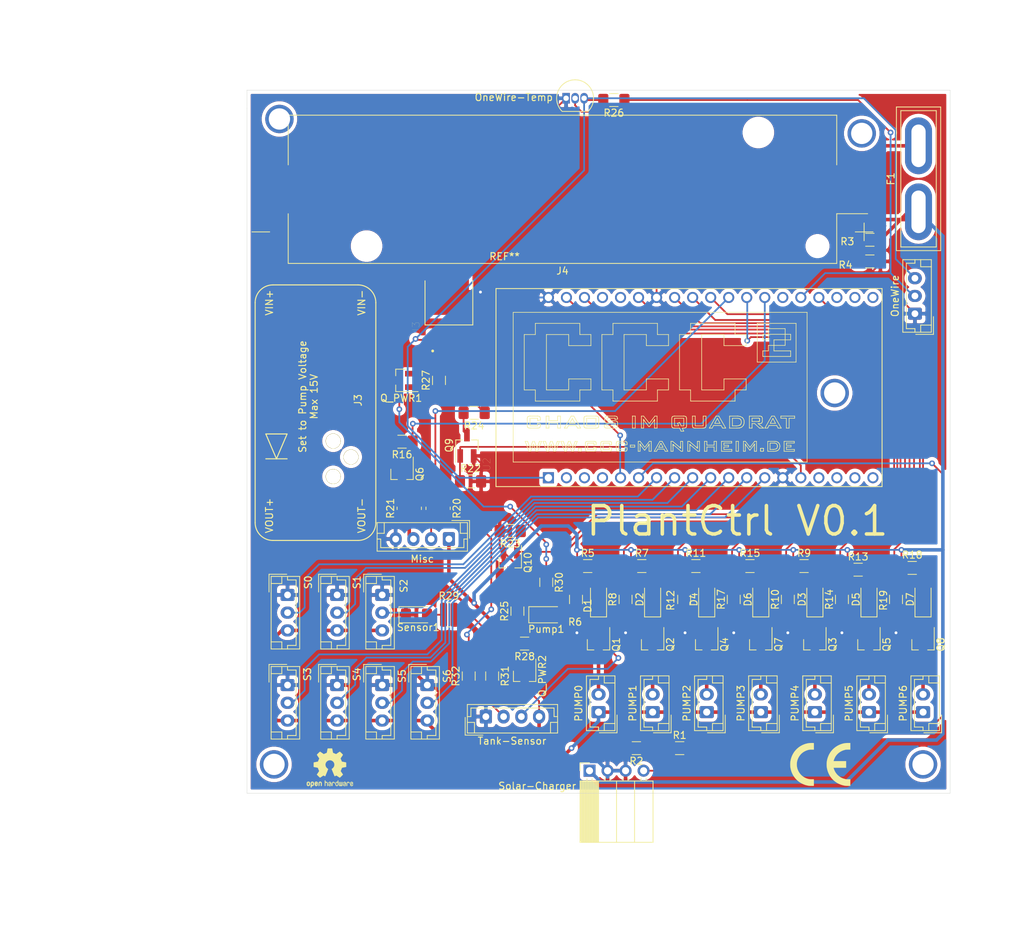
<source format=kicad_pcb>
(kicad_pcb (version 20171130) (host pcbnew 5.1.6)
  (layers (0 F.Cu signal) (31 B.Cu signal) (34 B.Paste user) (35 F.Paste user) (36 B.SilkS user) (37 F.SilkS user) (38 B.Mask user) (39 F.Mask user) (44 Edge.Cuts user))
  (net 0 "")
  (net 1 PLANT1_PUMP)
  (net 2 PLANT2_PUMP)
  (net 3 PLANT3_PUMP)
  (net 4 PLANT4_PUMP)
  (net 5 PLANT5_PUMP)
  (net 6 PLANT6_PUMP)
  (net 7 GND)
  (net 8 PLANT6_MOIST)
  (net 9 PLANT5_MOIST)
  (net 10 PLANT4_MOIST)
  (net 11 PLANT3_MOIST)
  (net 12 PLANT2_MOIST)
  (net 13 PLANT1_MOIST)
  (net 14 "Net-(R1-Pad1)")
  (net 15 "Net-(R3-Pad2)")
  (net 16 "Net-(D1-Pad2)")
  (net 17 PLANT_CTRL_PUMP_0)
  (net 18 "Net-(D2-Pad2)")
  (net 19 PLANT_CTRL_PUMP_1)
  (net 20 "Net-(D3-Pad2)")
  (net 21 PLANT_CTRL_PUMP_4)
  (net 22 "Net-(D4-Pad2)")
  (net 23 PLANT_CTRL_PUMP_2)
  (net 24 "Net-(D5-Pad2)")
  (net 25 PLANT_CTRL_PUMP_5)
  (net 26 "Net-(D6-Pad2)")
  (net 27 PLANT_CTRL_PUMP_3)
  (net 28 "Net-(D7-Pad2)")
  (net 29 PLANT_CTRL_PUMP_6)
  (net 30 LIPO+)
  (net 31 SOLAR_IN)
  (net 32 PUMP_PWR)
  (net 33 PWR_PUMP_CONVERTER)
  (net 34 "Net-(F1-Pad2)")
  (net 35 "Net-(J5-Pad3)")
  (net 36 "Net-(J5-Pad2)")
  (net 37 3_3V)
  (net 38 Temp)
  (net 39 PLANT0_PUMP)
  (net 40 "Net-(Q6-Pad3)")
  (net 41 CUSTOM_GPIO)
  (net 42 "Net-(Q9-Pad3)")
  (net 43 PUMP_ENABLE)
  (net 44 "Net-(Q10-Pad3)")
  (net 45 "Net-(Q_PWR1-Pad1)")
  (net 46 PWR_SENSORS)
  (net 47 "Net-(Q_PWR2-Pad1)")
  (net 48 "Net-(R32-Pad2)")
  (net 49 TANK_ECHO)
  (net 50 PLANT0_MOIST)
  (net 51 SENSORS_ENABLE)
  (net 52 "Net-(R29-Pad2)")
  (net 53 "Net-(Pump1-Pad2)")
  (net 54 "Net-(R29-Pad1)")
  (module ESP32:CCC_Mannheim_Logo2_full (layer F.Cu) (at 206.248 69.088)
    (fp_text reference REF** (at 0.2286 -5.0038 180) (layer F.SilkS))
    (fp_text value CCC_Mannheim_Logo2_full)
  )
  (module Symbol:OSHW-Logo2_7.3x6mm_SilkScreen (layer F.Cu) (at 181.864 136.144)
    (fp_text reference REF** hide)
    (fp_text value OSHW-Logo2_7.3x6mm_SilkScreen hide)
  )
  (module Symbol:CE-Logo_8.5x6mm_SilkScreen (layer F.Cu) (at 250.952 135.636)
    (fp_text reference REF** hide)
    (fp_text value CE-Logo_8.5x6mm_SilkScreen hide)
  )
  (module Battery:BatteryHolder_Keystone_1042_1x18650 (layer F.Cu) (at 214.63 54.61 180)
    (fp_text reference J4 (at 0 -11.5) (layer F.SilkS))
    (fp_text value Conn_01x02_Female)
    (pad "" np_thru_hole circle (at -35.93 -8 180) (size 2.39 2.39) (drill 2.39) (layers *.Cu *.Mask))
    (pad "" np_thru_hole circle (at -27.6 8 180) (size 3.45 3.45) (drill 3.45) (layers *.Cu *.Mask))
    (pad "" np_thru_hole circle (at 27.6 -8 180) (size 3.45 3.45) (drill 3.45) (layers *.Cu *.Mask))
    (pad 2 smd rect (at 39.33 0 180) (size 7.34 6.35) (layers F.Cu F.Paste F.Mask) (net 7 GND))
    (pad 1 smd rect (at -39.33 0 180) (size 7.34 6.35) (layers F.Cu F.Paste F.Mask) (net 34 "Net-(F1-Pad2)"))
  )
  (module Resistor_SMD:R_1206_3216Metric_Pad1.42x1.75mm_HandSolder (layer F.Cu) (at 231.14 133.35)
    (fp_text reference R1 (at 0 -1.82) (layer F.SilkS))
    (fp_text value 100k)
    (pad 2 smd roundrect (at 1.4875 0) (size 1.425 1.75) (layers F.Cu F.Paste F.Mask) (roundrect_rratio 0.175439) (net 31 SOLAR_IN))
    (pad 1 smd roundrect (at -1.4875 0) (size 1.425 1.75) (layers F.Cu F.Paste F.Mask) (roundrect_rratio 0.175439) (net 14 "Net-(R1-Pad1)"))
  )
  (module Resistor_SMD:R_1206_3216Metric_Pad1.42x1.75mm_HandSolder (layer F.Cu) (at 197.231 81.534 90)
    (fp_text reference R27 (at 0 -1.82 90) (layer F.SilkS))
    (fp_text value R)
    (pad 2 smd roundrect (at 1.4875 0 90) (size 1.425 1.75) (layers F.Cu F.Paste F.Mask) (roundrect_rratio 0.175439) (net 30 LIPO+))
    (pad 1 smd roundrect (at -1.4875 0 90) (size 1.425 1.75) (layers F.Cu F.Paste F.Mask) (roundrect_rratio 0.175439) (net 45 "Net-(Q_PWR1-Pad1)"))
  )
  (module Resistor_SMD:R_1206_3216Metric_Pad1.42x1.75mm_HandSolder (layer F.Cu) (at 202.184 86.106 180)
    (fp_text reference R24 (at 0 -1.82) (layer F.SilkS))
    (fp_text value R)
    (pad 2 smd roundrect (at 1.4875 0 180) (size 1.425 1.75) (layers F.Cu F.Paste F.Mask) (roundrect_rratio 0.175439) (net 42 "Net-(Q9-Pad3)"))
    (pad 1 smd roundrect (at -1.4875 0 180) (size 1.425 1.75) (layers F.Cu F.Paste F.Mask) (roundrect_rratio 0.175439) (net 45 "Net-(Q_PWR1-Pad1)"))
  )
  (module Resistor_SMD:R_1206_3216Metric_Pad1.42x1.75mm_HandSolder (layer F.Cu) (at 201.676 95.758)
    (fp_text reference R22 (at 0 -1.82) (layer F.SilkS))
    (fp_text value R)
    (pad 2 smd roundrect (at 1.4875 0) (size 1.425 1.75) (layers F.Cu F.Paste F.Mask) (roundrect_rratio 0.175439) (net 7 GND))
    (pad 1 smd roundrect (at -1.4875 0) (size 1.425 1.75) (layers F.Cu F.Paste F.Mask) (roundrect_rratio 0.175439) (net 43 PUMP_ENABLE))
  )
  (module Package_TO_SOT_SMD:SOT-23_Handsoldering (layer F.Cu) (at 191.897 81.534 180)
    (fp_text reference Q_PWR1 (at 0 -2.5) (layer F.SilkS))
    (fp_text value BSS84)
    (pad 3 smd rect (at 1.5 0 180) (size 1.9 0.8) (layers F.Cu F.Paste F.Mask) (net 33 PWR_PUMP_CONVERTER))
    (pad 2 smd rect (at -1.5 0.95 180) (size 1.9 0.8) (layers F.Cu F.Paste F.Mask) (net 30 LIPO+))
    (pad 1 smd rect (at -1.5 -0.95 180) (size 1.9 0.8) (layers F.Cu F.Paste F.Mask) (net 45 "Net-(Q_PWR1-Pad1)"))
  )
  (module Package_TO_SOT_SMD:SOT-23_Handsoldering (layer F.Cu) (at 201.168 90.678 90)
    (fp_text reference Q9 (at 0 -2.5 90) (layer F.SilkS))
    (fp_text value SL2300)
    (pad 3 smd rect (at 1.5 0 90) (size 1.9 0.8) (layers F.Cu F.Paste F.Mask) (net 42 "Net-(Q9-Pad3)"))
    (pad 2 smd rect (at -1.5 0.95 90) (size 1.9 0.8) (layers F.Cu F.Paste F.Mask) (net 7 GND))
    (pad 1 smd rect (at -1.5 -0.95 90) (size 1.9 0.8) (layers F.Cu F.Paste F.Mask) (net 43 PUMP_ENABLE))
  )
  (module LED_SMD:LED_1206_3216Metric_Pad1.42x1.75mm_HandSolder (layer F.Cu) (at 265.43 112.395 90)
    (fp_text reference D7 (at 0 -1.82 90) (layer F.SilkS))
    (fp_text value LED)
    (pad 2 smd roundrect (at 1.4875 0 90) (size 1.425 1.75) (layers F.Cu F.Paste F.Mask) (roundrect_rratio 0.175439) (net 28 "Net-(D7-Pad2)"))
    (pad 1 smd roundrect (at -1.4875 0 90) (size 1.425 1.75) (layers F.Cu F.Paste F.Mask) (roundrect_rratio 0.175439) (net 29 PLANT_CTRL_PUMP_6))
  )
  (module Resistor_SMD:R_1206_3216Metric_Pad1.42x1.75mm_HandSolder (layer F.Cu) (at 204.724 123.19 270)
    (fp_text reference R31 (at 0 -1.82 90) (layer F.SilkS))
    (fp_text value R)
    (pad 2 smd roundrect (at 1.4875 0 270) (size 1.425 1.75) (layers F.Cu F.Paste F.Mask) (roundrect_rratio 0.175439) (net 46 PWR_SENSORS))
    (pad 1 smd roundrect (at -1.4875 0 270) (size 1.425 1.75) (layers F.Cu F.Paste F.Mask) (roundrect_rratio 0.175439) (net 52 "Net-(R29-Pad2)"))
  )
  (module Resistor_SMD:R_1206_3216Metric_Pad1.42x1.75mm_HandSolder (layer F.Cu) (at 212.344 109.982 270)
    (fp_text reference R30 (at 0 -1.82 90) (layer F.SilkS))
    (fp_text value R)
    (pad 2 smd roundrect (at 1.4875 0 270) (size 1.425 1.75) (layers F.Cu F.Paste F.Mask) (roundrect_rratio 0.175439) (net 53 "Net-(Pump1-Pad2)"))
    (pad 1 smd roundrect (at -1.4875 0 270) (size 1.425 1.75) (layers F.Cu F.Paste F.Mask) (roundrect_rratio 0.175439) (net 33 PWR_PUMP_CONVERTER))
  )
  (module Resistor_SMD:R_0612_1632Metric (layer F.Cu) (at 198.628 114.554)
    (fp_text reference R29 (at 0 -2.65) (layer F.SilkS))
    (fp_text value R)
    (pad 2 smd roundrect (at 0.75 0) (size 1 3.4) (layers F.Cu F.Paste F.Mask) (net 52 "Net-(R29-Pad2)"))
    (pad 1 smd roundrect (at -0.75 0) (size 1 3.4) (layers F.Cu F.Paste F.Mask) (net 54 "Net-(R29-Pad1)"))
  )
  (module Resistor_SMD:R_1206_3216Metric_Pad1.42x1.75mm_HandSolder (layer F.Cu) (at 209.296 118.618 180)
    (fp_text reference R28 (at 0 -1.82) (layer F.SilkS))
    (fp_text value R)
    (pad 2 smd roundrect (at 1.4875 0 180) (size 1.425 1.75) (layers F.Cu F.Paste F.Mask) (roundrect_rratio 0.175439) (net 30 LIPO+))
    (pad 1 smd roundrect (at -1.4875 0 180) (size 1.425 1.75) (layers F.Cu F.Paste F.Mask) (roundrect_rratio 0.175439) (net 47 "Net-(Q_PWR2-Pad1)"))
  )
  (module Resistor_SMD:R_1206_3216Metric_Pad1.42x1.75mm_HandSolder (layer F.Cu) (at 208.28 114.046 90)
    (fp_text reference R25 (at 0 -1.82 90) (layer F.SilkS))
    (fp_text value R)
    (pad 2 smd roundrect (at 1.4875 0 90) (size 1.425 1.75) (layers F.Cu F.Paste F.Mask) (roundrect_rratio 0.175439) (net 44 "Net-(Q10-Pad3)"))
    (pad 1 smd roundrect (at -1.4875 0 90) (size 1.425 1.75) (layers F.Cu F.Paste F.Mask) (roundrect_rratio 0.175439) (net 47 "Net-(Q_PWR2-Pad1)"))
  )
  (module Resistor_SMD:R_1206_3216Metric_Pad1.42x1.75mm_HandSolder (layer F.Cu) (at 207.264 102.743 180)
    (fp_text reference R23 (at 0 -1.82) (layer F.SilkS))
    (fp_text value R)
    (pad 2 smd roundrect (at 1.4875 0 180) (size 1.425 1.75) (layers F.Cu F.Paste F.Mask) (roundrect_rratio 0.175439) (net 7 GND))
    (pad 1 smd roundrect (at -1.4875 0 180) (size 1.425 1.75) (layers F.Cu F.Paste F.Mask) (roundrect_rratio 0.175439) (net 51 SENSORS_ENABLE))
  )
  (module Package_TO_SOT_SMD:SOT-23_Handsoldering (layer F.Cu) (at 209.296 123.19 270)
    (fp_text reference Q_PWR2 (at 0 -2.5 90) (layer F.SilkS))
    (fp_text value BSS84)
    (pad 3 smd rect (at 1.5 0 270) (size 1.9 0.8) (layers F.Cu F.Paste F.Mask) (net 46 PWR_SENSORS))
    (pad 2 smd rect (at -1.5 0.95 270) (size 1.9 0.8) (layers F.Cu F.Paste F.Mask) (net 30 LIPO+))
    (pad 1 smd rect (at -1.5 -0.95 270) (size 1.9 0.8) (layers F.Cu F.Paste F.Mask) (net 47 "Net-(Q_PWR2-Pad1)"))
  )
  (module Package_TO_SOT_SMD:SOT-23_Handsoldering (layer F.Cu) (at 207.264 107.188 270)
    (fp_text reference Q10 (at 0 -2.5 90) (layer F.SilkS))
    (fp_text value SL2300)
    (pad 3 smd rect (at 1.5 0 270) (size 1.9 0.8) (layers F.Cu F.Paste F.Mask) (net 44 "Net-(Q10-Pad3)"))
    (pad 2 smd rect (at -1.5 0.95 270) (size 1.9 0.8) (layers F.Cu F.Paste F.Mask) (net 7 GND))
    (pad 1 smd rect (at -1.5 -0.95 270) (size 1.9 0.8) (layers F.Cu F.Paste F.Mask) (net 51 SENSORS_ENABLE))
  )
  (module LED_SMD:LED_1206_3216Metric_Pad1.42x1.75mm_HandSolder (layer F.Cu) (at 194.056 114.554)
    (fp_text reference Sensor1 (at 0.254 1.778) (layer F.SilkS))
    (fp_text value LED)
    (pad 2 smd roundrect (at 1.4875 0) (size 1.425 1.75) (layers F.Cu F.Paste F.Mask) (roundrect_rratio 0.175439) (net 54 "Net-(R29-Pad1)"))
    (pad 1 smd roundrect (at -1.4875 0) (size 1.425 1.75) (layers F.Cu F.Paste F.Mask) (roundrect_rratio 0.175439) (net 7 GND))
  )
  (module LED_SMD:LED_1206_3216Metric_Pad1.42x1.75mm_HandSolder (layer F.Cu) (at 212.344 114.554)
    (fp_text reference Pump1 (at 0 2.032) (layer F.SilkS))
    (fp_text value LED)
    (pad 2 smd roundrect (at 1.4875 0) (size 1.425 1.75) (layers F.Cu F.Paste F.Mask) (roundrect_rratio 0.175439) (net 53 "Net-(Pump1-Pad2)"))
    (pad 1 smd roundrect (at -1.4875 0) (size 1.425 1.75) (layers F.Cu F.Paste F.Mask) (roundrect_rratio 0.175439) (net 7 GND))
  )
  (module ESP32:MODULE_ESP32-DEVKITC-32D (layer F.Cu) (at 232.41 82.55 90)
    (fp_text reference U2 (at -10.829175 -28.446045 90) (layer F.SilkS) (effects (font (size 1.000386 1.000386) (thickness 0.015))))
    (fp_text value ESP32-DEVKITC-32D)
    (pad 38 thru_hole circle (at 12.7 25.96 90) (size 1.56 1.56) (drill 1.04) (layers *.Cu *.Mask))
    (pad 37 thru_hole circle (at 12.7 23.42 90) (size 1.56 1.56) (drill 1.04) (layers *.Cu *.Mask))
    (pad 36 thru_hole circle (at 12.7 20.88 90) (size 1.56 1.56) (drill 1.04) (layers *.Cu *.Mask))
    (pad 35 thru_hole circle (at 12.7 18.34 90) (size 1.56 1.56) (drill 1.04) (layers *.Cu *.Mask) (net 29 PLANT_CTRL_PUMP_6))
    (pad 34 thru_hole circle (at 12.7 15.8 90) (size 1.56 1.56) (drill 1.04) (layers *.Cu *.Mask) (net 38 Temp))
    (pad 33 thru_hole circle (at 12.7 13.26 90) (size 1.56 1.56) (drill 1.04) (layers *.Cu *.Mask))
    (pad 32 thru_hole circle (at 12.7 10.72 90) (size 1.56 1.56) (drill 1.04) (layers *.Cu *.Mask) (net 41 CUSTOM_GPIO))
    (pad 31 thru_hole circle (at 12.7 8.18 90) (size 1.56 1.56) (drill 1.04) (layers *.Cu *.Mask) (net 51 SENSORS_ENABLE))
    (pad 30 thru_hole circle (at 12.7 5.64 90) (size 1.56 1.56) (drill 1.04) (layers *.Cu *.Mask) (net 48 "Net-(R32-Pad2)"))
    (pad 29 thru_hole circle (at 12.7 3.1 90) (size 1.56 1.56) (drill 1.04) (layers *.Cu *.Mask) (net 25 PLANT_CTRL_PUMP_5))
    (pad 28 thru_hole circle (at 12.7 0.56 90) (size 1.56 1.56) (drill 1.04) (layers *.Cu *.Mask) (net 21 PLANT_CTRL_PUMP_4))
    (pad 27 thru_hole circle (at 12.7 -1.98 90) (size 1.56 1.56) (drill 1.04) (layers *.Cu *.Mask) (net 27 PLANT_CTRL_PUMP_3))
    (pad 26 thru_hole circle (at 12.7 -4.52 90) (size 1.56 1.56) (drill 1.04) (layers *.Cu *.Mask) (net 7 GND))
    (pad 25 thru_hole circle (at 12.7 -7.06 90) (size 1.56 1.56) (drill 1.04) (layers *.Cu *.Mask) (net 23 PLANT_CTRL_PUMP_2))
    (pad 24 thru_hole circle (at 12.7 -9.6 90) (size 1.56 1.56) (drill 1.04) (layers *.Cu *.Mask))
    (pad 23 thru_hole circle (at 12.7 -12.14 90) (size 1.56 1.56) (drill 1.04) (layers *.Cu *.Mask))
    (pad 22 thru_hole circle (at 12.7 -14.68 90) (size 1.56 1.56) (drill 1.04) (layers *.Cu *.Mask) (net 19 PLANT_CTRL_PUMP_1))
    (pad 21 thru_hole circle (at 12.7 -17.22 90) (size 1.56 1.56) (drill 1.04) (layers *.Cu *.Mask) (net 17 PLANT_CTRL_PUMP_0))
    (pad 20 thru_hole circle (at 12.7 -19.76 90) (size 1.56 1.56) (drill 1.04) (layers *.Cu *.Mask) (net 7 GND))
    (pad 18 thru_hole circle (at -12.7 23.42 90) (size 1.56 1.56) (drill 1.04) (layers *.Cu *.Mask))
    (pad 17 thru_hole circle (at -12.7 20.88 90) (size 1.56 1.56) (drill 1.04) (layers *.Cu *.Mask))
    (pad 16 thru_hole circle (at -12.7 18.34 90) (size 1.56 1.56) (drill 1.04) (layers *.Cu *.Mask))
    (pad 15 thru_hole circle (at -12.7 15.8 90) (size 1.56 1.56) (drill 1.04) (layers *.Cu *.Mask) (net 43 PUMP_ENABLE))
    (pad 14 thru_hole circle (at -12.7 13.26 90) (size 1.56 1.56) (drill 1.04) (layers *.Cu *.Mask) (net 7 GND))
    (pad 13 thru_hole circle (at -12.7 10.72 90) (size 1.56 1.56) (drill 1.04) (layers *.Cu *.Mask) (net 8 PLANT6_MOIST))
    (pad 12 thru_hole circle (at -12.7 8.18 90) (size 1.56 1.56) (drill 1.04) (layers *.Cu *.Mask) (net 9 PLANT5_MOIST))
    (pad 11 thru_hole circle (at -12.7 5.64 90) (size 1.56 1.56) (drill 1.04) (layers *.Cu *.Mask) (net 10 PLANT4_MOIST))
    (pad 10 thru_hole circle (at -12.7 3.1 90) (size 1.56 1.56) (drill 1.04) (layers *.Cu *.Mask) (net 11 PLANT3_MOIST))
    (pad 9 thru_hole circle (at -12.7 0.56 90) (size 1.56 1.56) (drill 1.04) (layers *.Cu *.Mask) (net 12 PLANT2_MOIST))
    (pad 8 thru_hole circle (at -12.7 -1.98 90) (size 1.56 1.56) (drill 1.04) (layers *.Cu *.Mask) (net 13 PLANT1_MOIST))
    (pad 7 thru_hole circle (at -12.7 -4.52 90) (size 1.56 1.56) (drill 1.04) (layers *.Cu *.Mask) (net 50 PLANT0_MOIST))
    (pad 6 thru_hole circle (at -12.7 -7.06 90) (size 1.56 1.56) (drill 1.04) (layers *.Cu *.Mask) (net 14 "Net-(R1-Pad1)"))
    (pad 5 thru_hole circle (at -12.7 -9.6 90) (size 1.56 1.56) (drill 1.04) (layers *.Cu *.Mask) (net 15 "Net-(R3-Pad2)"))
    (pad 4 thru_hole circle (at -12.7 -12.14 90) (size 1.56 1.56) (drill 1.04) (layers *.Cu *.Mask))
    (pad 3 thru_hole circle (at -12.7 -14.68 90) (size 1.56 1.56) (drill 1.04) (layers *.Cu *.Mask))
    (pad 19 thru_hole circle (at -12.7 25.96 90) (size 1.56 1.56) (drill 1.04) (layers *.Cu *.Mask))
    (pad 2 thru_hole circle (at -12.7 -17.22 90) (size 1.56 1.56) (drill 1.04) (layers *.Cu *.Mask))
    (pad 1 thru_hole rect (at -12.7 -19.76 90) (size 1.56 1.56) (drill 1.04) (layers *.Cu *.Mask) (net 37 3_3V))
  )
  (module Resistor_SMD:R_1206_3216Metric_Pad1.42x1.75mm_HandSolder (layer F.Cu) (at 257.937 64.77)
    (fp_text reference R4 (at -3.429 0.508) (layer F.SilkS))
    (fp_text value 47k8)
    (pad 2 smd roundrect (at 1.4875 0) (size 1.425 1.75) (layers F.Cu F.Paste F.Mask) (roundrect_rratio 0.175439) (net 7 GND))
    (pad 1 smd roundrect (at -1.4875 0) (size 1.425 1.75) (layers F.Cu F.Paste F.Mask) (roundrect_rratio 0.175439) (net 15 "Net-(R3-Pad2)"))
  )
  (module Resistor_SMD:R_1206_3216Metric_Pad1.42x1.75mm_HandSolder (layer F.Cu) (at 257.937 61.722 180)
    (fp_text reference R3 (at 3.175 -0.254) (layer F.SilkS))
    (fp_text value 33k)
    (pad 2 smd roundrect (at 1.4875 0 180) (size 1.425 1.75) (layers F.Cu F.Paste F.Mask) (roundrect_rratio 0.175439) (net 15 "Net-(R3-Pad2)"))
    (pad 1 smd roundrect (at -1.4875 0 180) (size 1.425 1.75) (layers F.Cu F.Paste F.Mask) (roundrect_rratio 0.175439) (net 30 LIPO+))
  )
  (module Resistor_SMD:R_1206_3216Metric_Pad1.42x1.75mm_HandSolder (layer F.Cu) (at 225.044 133.35 180)
    (fp_text reference R2 (at 0 -1.82) (layer F.SilkS))
    (fp_text value 33k)
    (pad 2 smd roundrect (at 1.4875 0 180) (size 1.425 1.75) (layers F.Cu F.Paste F.Mask) (roundrect_rratio 0.175439) (net 7 GND))
    (pad 1 smd roundrect (at -1.4875 0 180) (size 1.425 1.75) (layers F.Cu F.Paste F.Mask) (roundrect_rratio 0.175439) (net 14 "Net-(R1-Pad1)"))
  )
  (module Connector_PinSocket_2.54mm:PinSocket_1x04_P2.54mm_Horizontal (layer F.Cu) (at 218.44 136.525 90)
    (fp_text reference Solar-Charger (at -2.159 -7.366 180) (layer F.SilkS))
    (fp_text value Conn_01x04)
    (pad 4 thru_hole oval (at 0 7.62 90) (size 1.7 1.7) (drill 1) (layers *.Cu *.Mask) (net 31 SOLAR_IN))
    (pad 3 thru_hole oval (at 0 5.08 90) (size 1.7 1.7) (drill 1) (layers *.Cu *.Mask) (net 7 GND))
    (pad 2 thru_hole oval (at 0 2.54 90) (size 1.7 1.7) (drill 1) (layers *.Cu *.Mask) (net 7 GND))
    (pad 1 thru_hole rect (at 0 0 90) (size 1.7 1.7) (drill 1) (layers *.Cu *.Mask) (net 30 LIPO+))
  )
  (module Connector_JST:JST_EH_B4B-EH-A_1x04_P2.50mm_Vertical (layer F.Cu) (at 203.835 128.905)
    (fp_text reference Tank-Sensor (at 3.683 3.429) (layer F.SilkS))
    (fp_text value Conn_01x04)
    (pad 4 thru_hole oval (at 7.5 0) (size 1.7 1.95) (drill 0.95) (layers *.Cu *.Mask) (net 46 PWR_SENSORS))
    (pad 3 thru_hole oval (at 5 0) (size 1.7 1.95) (drill 0.95) (layers *.Cu *.Mask) (net 17 PLANT_CTRL_PUMP_0))
    (pad 2 thru_hole oval (at 2.5 0) (size 1.7 1.95) (drill 0.95) (layers *.Cu *.Mask) (net 49 TANK_ECHO))
    (pad 1 thru_hole roundrect (at 0 0) (size 1.7 1.95) (drill 0.95) (layers *.Cu *.Mask) (roundrect_rratio 0.147059) (net 7 GND))
  )
  (module Fuse:Fuse_Blade_ATO_directSolder (layer F.Cu) (at 264.795 57.785 90)
    (fp_text reference F1 (at 4.65 -3.9 90) (layer F.SilkS))
    (fp_text value Fuse)
    (pad 2 thru_hole oval (at 9.3 0 90) (size 8 3.8) (drill oval 6 2) (layers *.Cu *.Mask) (net 34 "Net-(F1-Pad2)"))
    (pad 1 thru_hole oval (at 0 0 90) (size 8 3.8) (drill oval 6 2) (layers *.Cu *.Mask) (net 30 LIPO+))
  )
  (module ESP32:DPAK457P991X255-3N (layer F.Cu) (at 198.628 71.374 90)
    (fp_text reference U3 (at -2.825 -4.635 90) (layer F.SilkS) (effects (font (thickness 0.015))))
    (fp_text value LP38690DT-3.3)
    (pad 4 smd rect (at 2.32 0 90) (size 6.49 5.63) (layers F.Cu F.Mask) (net 7 GND))
    (pad 3 smd rect (at -4.45 2.285 90) (size 2.22 0.96) (layers F.Cu F.Paste F.Mask) (net 30 LIPO+))
    (pad 1 smd rect (at -4.45 -2.285 90) (size 2.22 0.96) (layers F.Cu F.Paste F.Mask) (net 37 3_3V))
  )
  (module Package_TO_SOT_THT:TO-92_Inline (layer F.Cu) (at 215.138 41.783)
    (fp_text reference OneWire-Temp (at -7.366 -0.127) (layer F.SilkS))
    (fp_text value DS18B20)
    (pad 1 thru_hole rect (at 0 0) (size 1.05 1.5) (drill 0.75) (layers *.Cu *.Mask) (net 7 GND))
    (pad 3 thru_hole oval (at 2.54 0) (size 1.05 1.5) (drill 0.75) (layers *.Cu *.Mask) (net 37 3_3V))
    (pad 2 thru_hole oval (at 1.27 0) (size 1.05 1.5) (drill 0.75) (layers *.Cu *.Mask) (net 38 Temp))
  )
  (module Connector_JST:JST_EH_B3B-EH-A_1x03_P2.50mm_Vertical (layer F.Cu) (at 195.58 124.46 270)
    (fp_text reference S6 (at -1.27 -2.794 90) (layer F.SilkS))
    (fp_text value Conn_01x03_Male)
    (pad 3 thru_hole oval (at 5 0 270) (size 1.7 1.95) (drill 0.95) (layers *.Cu *.Mask) (net 46 PWR_SENSORS))
    (pad 2 thru_hole oval (at 2.5 0 270) (size 1.7 1.95) (drill 0.95) (layers *.Cu *.Mask) (net 8 PLANT6_MOIST))
    (pad 1 thru_hole roundrect (at 0 0 270) (size 1.7 1.95) (drill 0.95) (layers *.Cu *.Mask) (roundrect_rratio 0.147059) (net 7 GND))
  )
  (module Connector_JST:JST_EH_B3B-EH-A_1x03_P2.50mm_Vertical (layer F.Cu) (at 189.23 124.46 270)
    (fp_text reference S5 (at -1.27 -2.794 90) (layer F.SilkS))
    (fp_text value Conn_01x03_Male)
    (pad 3 thru_hole oval (at 5 0 270) (size 1.7 1.95) (drill 0.95) (layers *.Cu *.Mask) (net 46 PWR_SENSORS))
    (pad 2 thru_hole oval (at 2.5 0 270) (size 1.7 1.95) (drill 0.95) (layers *.Cu *.Mask) (net 9 PLANT5_MOIST))
    (pad 1 thru_hole roundrect (at 0 0 270) (size 1.7 1.95) (drill 0.95) (layers *.Cu *.Mask) (roundrect_rratio 0.147059) (net 7 GND))
  )
  (module Connector_JST:JST_EH_B3B-EH-A_1x03_P2.50mm_Vertical (layer F.Cu) (at 182.88 124.46 270)
    (fp_text reference S4 (at -1.524 -2.794 90) (layer F.SilkS))
    (fp_text value Conn_01x03_Male)
    (pad 3 thru_hole oval (at 5 0 270) (size 1.7 1.95) (drill 0.95) (layers *.Cu *.Mask) (net 46 PWR_SENSORS))
    (pad 2 thru_hole oval (at 2.5 0 270) (size 1.7 1.95) (drill 0.95) (layers *.Cu *.Mask) (net 10 PLANT4_MOIST))
    (pad 1 thru_hole roundrect (at 0 0 270) (size 1.7 1.95) (drill 0.95) (layers *.Cu *.Mask) (roundrect_rratio 0.147059) (net 7 GND))
  )
  (module Connector_JST:JST_EH_B3B-EH-A_1x03_P2.50mm_Vertical (layer F.Cu) (at 175.895 124.46 270)
    (fp_text reference S3 (at -1.524 -2.8 90) (layer F.SilkS))
    (fp_text value Conn_01x03_Male)
    (pad 3 thru_hole oval (at 5 0 270) (size 1.7 1.95) (drill 0.95) (layers *.Cu *.Mask) (net 46 PWR_SENSORS))
    (pad 2 thru_hole oval (at 2.5 0 270) (size 1.7 1.95) (drill 0.95) (layers *.Cu *.Mask) (net 11 PLANT3_MOIST))
    (pad 1 thru_hole roundrect (at 0 0 270) (size 1.7 1.95) (drill 0.95) (layers *.Cu *.Mask) (roundrect_rratio 0.147059) (net 7 GND))
  )
  (module Connector_JST:JST_EH_B3B-EH-A_1x03_P2.50mm_Vertical (layer F.Cu) (at 189.23 111.76 270)
    (fp_text reference S2 (at -1.27 -3.048 90) (layer F.SilkS))
    (fp_text value Conn_01x03_Male)
    (pad 3 thru_hole oval (at 5 0 270) (size 1.7 1.95) (drill 0.95) (layers *.Cu *.Mask) (net 46 PWR_SENSORS))
    (pad 2 thru_hole oval (at 2.5 0 270) (size 1.7 1.95) (drill 0.95) (layers *.Cu *.Mask) (net 12 PLANT2_MOIST))
    (pad 1 thru_hole roundrect (at 0 0 270) (size 1.7 1.95) (drill 0.95) (layers *.Cu *.Mask) (roundrect_rratio 0.147059) (net 7 GND))
  )
  (module Connector_JST:JST_EH_B3B-EH-A_1x03_P2.50mm_Vertical (layer F.Cu) (at 182.88 111.76 270)
    (fp_text reference S1 (at -1.778 -2.794 90) (layer F.SilkS))
    (fp_text value Conn_01x03_Male)
    (pad 3 thru_hole oval (at 5 0 270) (size 1.7 1.95) (drill 0.95) (layers *.Cu *.Mask) (net 46 PWR_SENSORS))
    (pad 2 thru_hole oval (at 2.5 0 270) (size 1.7 1.95) (drill 0.95) (layers *.Cu *.Mask) (net 13 PLANT1_MOIST))
    (pad 1 thru_hole roundrect (at 0 0 270) (size 1.7 1.95) (drill 0.95) (layers *.Cu *.Mask) (roundrect_rratio 0.147059) (net 7 GND))
  )
  (module Connector_JST:JST_EH_B3B-EH-A_1x03_P2.50mm_Vertical (layer F.Cu) (at 175.895 111.76 270)
    (fp_text reference S0 (at -1.778 -2.921 90) (layer F.SilkS))
    (fp_text value Conn_01x03_Male)
    (pad 3 thru_hole oval (at 5 0 270) (size 1.7 1.95) (drill 0.95) (layers *.Cu *.Mask) (net 46 PWR_SENSORS))
    (pad 2 thru_hole oval (at 2.5 0 270) (size 1.7 1.95) (drill 0.95) (layers *.Cu *.Mask) (net 50 PLANT0_MOIST))
    (pad 1 thru_hole roundrect (at 0 0 270) (size 1.7 1.95) (drill 0.95) (layers *.Cu *.Mask) (roundrect_rratio 0.147059) (net 7 GND))
  )
  (module Resistor_SMD:R_1206_3216Metric_Pad1.42x1.75mm_HandSolder (layer F.Cu) (at 201.422 123.19 90)
    (fp_text reference R32 (at 0 -1.82 90) (layer F.SilkS))
    (fp_text value R)
    (pad 2 smd roundrect (at 1.4875 0 90) (size 1.425 1.75) (layers F.Cu F.Paste F.Mask) (roundrect_rratio 0.175439) (net 48 "Net-(R32-Pad2)"))
    (pad 1 smd roundrect (at -1.4875 0 90) (size 1.425 1.75) (layers F.Cu F.Paste F.Mask) (roundrect_rratio 0.175439) (net 49 TANK_ECHO))
  )
  (module Resistor_SMD:R_1206_3216Metric_Pad1.42x1.75mm_HandSolder (layer F.Cu) (at 221.869 42.037 180)
    (fp_text reference R26 (at 0 -1.82) (layer F.SilkS))
    (fp_text value 4k7)
    (pad 2 smd roundrect (at 1.4875 0 180) (size 1.425 1.75) (layers F.Cu F.Paste F.Mask) (roundrect_rratio 0.175439) (net 37 3_3V))
    (pad 1 smd roundrect (at -1.4875 0 180) (size 1.425 1.75) (layers F.Cu F.Paste F.Mask) (roundrect_rratio 0.175439) (net 38 Temp))
  )
  (module Resistor_SMD:R_0612_1632Metric (layer F.Cu) (at 193.04 99.556 90)
    (fp_text reference R21 (at 0 -2.65 90) (layer F.SilkS))
    (fp_text value R)
    (pad 2 smd roundrect (at 0.75 0 90) (size 1 3.4) (layers F.Cu F.Paste F.Mask) (net 40 "Net-(Q6-Pad3)"))
    (pad 1 smd roundrect (at -0.75 0 90) (size 1 3.4) (layers F.Cu F.Paste F.Mask) (net 35 "Net-(J5-Pad3)"))
  )
  (module Resistor_SMD:R_0612_1632Metric (layer F.Cu) (at 197.104 99.556 270)
    (fp_text reference R20 (at 0 -2.65 90) (layer F.SilkS))
    (fp_text value R)
    (pad 2 smd roundrect (at 0.75 0 270) (size 1 3.4) (layers F.Cu F.Paste F.Mask) (net 36 "Net-(J5-Pad2)"))
    (pad 1 smd roundrect (at -0.75 0 270) (size 1 3.4) (layers F.Cu F.Paste F.Mask) (net 41 CUSTOM_GPIO))
  )
  (module Resistor_SMD:R_1206_3216Metric_Pad1.42x1.75mm_HandSolder (layer F.Cu) (at 261.62 112.395 270)
    (fp_text reference R19 (at 0.127 1.778 90) (layer F.SilkS))
    (fp_text value R)
    (pad 2 smd roundrect (at 1.4875 0 270) (size 1.425 1.75) (layers F.Cu F.Paste F.Mask) (roundrect_rratio 0.175439) (net 7 GND))
    (pad 1 smd roundrect (at -1.4875 0 270) (size 1.425 1.75) (layers F.Cu F.Paste F.Mask) (roundrect_rratio 0.175439) (net 29 PLANT_CTRL_PUMP_6))
  )
  (module Resistor_SMD:R_1206_3216Metric_Pad1.42x1.75mm_HandSolder (layer F.Cu) (at 263.906 107.95)
    (fp_text reference R18 (at 0 -1.82) (layer F.SilkS))
    (fp_text value R)
    (pad 2 smd roundrect (at 1.4875 0) (size 1.425 1.75) (layers F.Cu F.Paste F.Mask) (roundrect_rratio 0.175439) (net 28 "Net-(D7-Pad2)"))
    (pad 1 smd roundrect (at -1.4875 0) (size 1.425 1.75) (layers F.Cu F.Paste F.Mask) (roundrect_rratio 0.175439) (net 30 LIPO+))
  )
  (module Resistor_SMD:R_1206_3216Metric_Pad1.42x1.75mm_HandSolder (layer F.Cu) (at 238.76 112.395 270)
    (fp_text reference R17 (at 0 1.778 90) (layer F.SilkS))
    (fp_text value R)
    (pad 2 smd roundrect (at 1.4875 0 270) (size 1.425 1.75) (layers F.Cu F.Paste F.Mask) (roundrect_rratio 0.175439) (net 7 GND))
    (pad 1 smd roundrect (at -1.4875 0 270) (size 1.425 1.75) (layers F.Cu F.Paste F.Mask) (roundrect_rratio 0.175439) (net 27 PLANT_CTRL_PUMP_3))
  )
  (module Resistor_SMD:R_1206_3216Metric_Pad1.42x1.75mm_HandSolder (layer F.Cu) (at 192.024 90.17 180)
    (fp_text reference R16 (at 0 -1.82) (layer F.SilkS))
    (fp_text value R)
    (pad 2 smd roundrect (at 1.4875 0 180) (size 1.425 1.75) (layers F.Cu F.Paste F.Mask) (roundrect_rratio 0.175439) (net 7 GND))
    (pad 1 smd roundrect (at -1.4875 0 180) (size 1.425 1.75) (layers F.Cu F.Paste F.Mask) (roundrect_rratio 0.175439) (net 41 CUSTOM_GPIO))
  )
  (module Resistor_SMD:R_1206_3216Metric_Pad1.42x1.75mm_HandSolder (layer F.Cu) (at 241.046 107.696)
    (fp_text reference R15 (at 0 -1.82) (layer F.SilkS))
    (fp_text value R)
    (pad 2 smd roundrect (at 1.4875 0) (size 1.425 1.75) (layers F.Cu F.Paste F.Mask) (roundrect_rratio 0.175439) (net 26 "Net-(D6-Pad2)"))
    (pad 1 smd roundrect (at -1.4875 0) (size 1.425 1.75) (layers F.Cu F.Paste F.Mask) (roundrect_rratio 0.175439) (net 30 LIPO+))
  )
  (module Resistor_SMD:R_1206_3216Metric_Pad1.42x1.75mm_HandSolder (layer F.Cu) (at 254 112.395 270)
    (fp_text reference R14 (at 0 1.778 90) (layer F.SilkS))
    (fp_text value R)
    (pad 2 smd roundrect (at 1.4875 0 270) (size 1.425 1.75) (layers F.Cu F.Paste F.Mask) (roundrect_rratio 0.175439) (net 7 GND))
    (pad 1 smd roundrect (at -1.4875 0 270) (size 1.425 1.75) (layers F.Cu F.Paste F.Mask) (roundrect_rratio 0.175439) (net 25 PLANT_CTRL_PUMP_5))
  )
  (module Resistor_SMD:R_1206_3216Metric_Pad1.42x1.75mm_HandSolder (layer F.Cu) (at 256.286 108.204)
    (fp_text reference R13 (at 0 -1.82) (layer F.SilkS))
    (fp_text value R)
    (pad 2 smd roundrect (at 1.4875 0) (size 1.425 1.75) (layers F.Cu F.Paste F.Mask) (roundrect_rratio 0.175439) (net 24 "Net-(D5-Pad2)"))
    (pad 1 smd roundrect (at -1.4875 0) (size 1.425 1.75) (layers F.Cu F.Paste F.Mask) (roundrect_rratio 0.175439) (net 30 LIPO+))
  )
  (module Resistor_SMD:R_1206_3216Metric_Pad1.42x1.75mm_HandSolder (layer F.Cu) (at 231.775 112.395 270)
    (fp_text reference R12 (at 0.127 1.905 90) (layer F.SilkS))
    (fp_text value R)
    (pad 2 smd roundrect (at 1.4875 0 270) (size 1.425 1.75) (layers F.Cu F.Paste F.Mask) (roundrect_rratio 0.175439) (net 7 GND))
    (pad 1 smd roundrect (at -1.4875 0 270) (size 1.425 1.75) (layers F.Cu F.Paste F.Mask) (roundrect_rratio 0.175439) (net 23 PLANT_CTRL_PUMP_2))
  )
  (module Resistor_SMD:R_1206_3216Metric_Pad1.42x1.75mm_HandSolder (layer F.Cu) (at 233.426 107.696)
    (fp_text reference R11 (at 0 -1.82) (layer F.SilkS))
    (fp_text value R)
    (pad 2 smd roundrect (at 1.4875 0) (size 1.425 1.75) (layers F.Cu F.Paste F.Mask) (roundrect_rratio 0.175439) (net 22 "Net-(D4-Pad2)"))
    (pad 1 smd roundrect (at -1.4875 0) (size 1.425 1.75) (layers F.Cu F.Paste F.Mask) (roundrect_rratio 0.175439) (net 30 LIPO+))
  )
  (module Resistor_SMD:R_1206_3216Metric_Pad1.42x1.75mm_HandSolder (layer F.Cu) (at 246.38 112.395 270)
    (fp_text reference R10 (at 0 1.778 90) (layer F.SilkS))
    (fp_text value R)
    (pad 2 smd roundrect (at 1.4875 0 270) (size 1.425 1.75) (layers F.Cu F.Paste F.Mask) (roundrect_rratio 0.175439) (net 7 GND))
    (pad 1 smd roundrect (at -1.4875 0 270) (size 1.425 1.75) (layers F.Cu F.Paste F.Mask) (roundrect_rratio 0.175439) (net 21 PLANT_CTRL_PUMP_4))
  )
  (module Resistor_SMD:R_1206_3216Metric_Pad1.42x1.75mm_HandSolder (layer F.Cu) (at 248.666 107.696)
    (fp_text reference R9 (at 0 -1.82) (layer F.SilkS))
    (fp_text value R)
    (pad 2 smd roundrect (at 1.4875 0) (size 1.425 1.75) (layers F.Cu F.Paste F.Mask) (roundrect_rratio 0.175439) (net 20 "Net-(D3-Pad2)"))
    (pad 1 smd roundrect (at -1.4875 0) (size 1.425 1.75) (layers F.Cu F.Paste F.Mask) (roundrect_rratio 0.175439) (net 30 LIPO+))
  )
  (module Resistor_SMD:R_1206_3216Metric_Pad1.42x1.75mm_HandSolder (layer F.Cu) (at 223.52 112.395 90)
    (fp_text reference R8 (at 0 -1.82 90) (layer F.SilkS))
    (fp_text value R)
    (pad 2 smd roundrect (at 1.4875 0 90) (size 1.425 1.75) (layers F.Cu F.Paste F.Mask) (roundrect_rratio 0.175439) (net 19 PLANT_CTRL_PUMP_1))
    (pad 1 smd roundrect (at -1.4875 0 90) (size 1.425 1.75) (layers F.Cu F.Paste F.Mask) (roundrect_rratio 0.175439) (net 7 GND))
  )
  (module Resistor_SMD:R_1206_3216Metric_Pad1.42x1.75mm_HandSolder (layer F.Cu) (at 225.806 107.696)
    (fp_text reference R7 (at 0 -1.82) (layer F.SilkS))
    (fp_text value R)
    (pad 2 smd roundrect (at 1.4875 0) (size 1.425 1.75) (layers F.Cu F.Paste F.Mask) (roundrect_rratio 0.175439) (net 18 "Net-(D2-Pad2)"))
    (pad 1 smd roundrect (at -1.4875 0) (size 1.425 1.75) (layers F.Cu F.Paste F.Mask) (roundrect_rratio 0.175439) (net 30 LIPO+))
  )
  (module Resistor_SMD:R_1206_3216Metric_Pad1.42x1.75mm_HandSolder (layer F.Cu) (at 216.535 112.395 270)
    (fp_text reference R6 (at 3.175 0.127 180) (layer F.SilkS))
    (fp_text value R)
    (pad 2 smd roundrect (at 1.4875 0 270) (size 1.425 1.75) (layers F.Cu F.Paste F.Mask) (roundrect_rratio 0.175439) (net 7 GND))
    (pad 1 smd roundrect (at -1.4875 0 270) (size 1.425 1.75) (layers F.Cu F.Paste F.Mask) (roundrect_rratio 0.175439) (net 17 PLANT_CTRL_PUMP_0))
  )
  (module Resistor_SMD:R_1206_3216Metric_Pad1.42x1.75mm_HandSolder (layer F.Cu) (at 218.186 107.696)
    (fp_text reference R5 (at 0 -1.82) (layer F.SilkS))
    (fp_text value R)
    (pad 2 smd roundrect (at 1.4875 0) (size 1.425 1.75) (layers F.Cu F.Paste F.Mask) (roundrect_rratio 0.175439) (net 16 "Net-(D1-Pad2)"))
    (pad 1 smd roundrect (at -1.4875 0) (size 1.425 1.75) (layers F.Cu F.Paste F.Mask) (roundrect_rratio 0.175439) (net 30 LIPO+))
  )
  (module Package_TO_SOT_SMD:SOT-23_Handsoldering (layer F.Cu) (at 265.43 118.745 270)
    (fp_text reference Q8 (at 0 -2.5 90) (layer F.SilkS))
    (fp_text value SL2300)
    (pad 3 smd rect (at 1.5 0 270) (size 1.9 0.8) (layers F.Cu F.Paste F.Mask) (net 6 PLANT6_PUMP))
    (pad 2 smd rect (at -1.5 0.95 270) (size 1.9 0.8) (layers F.Cu F.Paste F.Mask) (net 7 GND))
    (pad 1 smd rect (at -1.5 -0.95 270) (size 1.9 0.8) (layers F.Cu F.Paste F.Mask) (net 29 PLANT_CTRL_PUMP_6))
  )
  (module Package_TO_SOT_SMD:SOT-23_Handsoldering (layer F.Cu) (at 242.57 118.745 270)
    (fp_text reference Q7 (at 0 -2.5 90) (layer F.SilkS))
    (fp_text value SL2300)
    (pad 3 smd rect (at 1.5 0 270) (size 1.9 0.8) (layers F.Cu F.Paste F.Mask) (net 3 PLANT3_PUMP))
    (pad 2 smd rect (at -1.5 0.95 270) (size 1.9 0.8) (layers F.Cu F.Paste F.Mask) (net 7 GND))
    (pad 1 smd rect (at -1.5 -0.95 270) (size 1.9 0.8) (layers F.Cu F.Paste F.Mask) (net 27 PLANT_CTRL_PUMP_3))
  )
  (module Package_TO_SOT_SMD:SOT-23_Handsoldering (layer F.Cu) (at 192.024 94.742 270)
    (fp_text reference Q6 (at 0 -2.5 90) (layer F.SilkS))
    (fp_text value SL2300)
    (pad 3 smd rect (at 1.5 0 270) (size 1.9 0.8) (layers F.Cu F.Paste F.Mask) (net 40 "Net-(Q6-Pad3)"))
    (pad 2 smd rect (at -1.5 0.95 270) (size 1.9 0.8) (layers F.Cu F.Paste F.Mask) (net 7 GND))
    (pad 1 smd rect (at -1.5 -0.95 270) (size 1.9 0.8) (layers F.Cu F.Paste F.Mask) (net 41 CUSTOM_GPIO))
  )
  (module Package_TO_SOT_SMD:SOT-23_Handsoldering (layer F.Cu) (at 257.81 118.745 270)
    (fp_text reference Q5 (at 0 -2.5 90) (layer F.SilkS))
    (fp_text value SL2300)
    (pad 3 smd rect (at 1.5 0 270) (size 1.9 0.8) (layers F.Cu F.Paste F.Mask) (net 5 PLANT5_PUMP))
    (pad 2 smd rect (at -1.5 0.95 270) (size 1.9 0.8) (layers F.Cu F.Paste F.Mask) (net 7 GND))
    (pad 1 smd rect (at -1.5 -0.95 270) (size 1.9 0.8) (layers F.Cu F.Paste F.Mask) (net 25 PLANT_CTRL_PUMP_5))
  )
  (module Package_TO_SOT_SMD:SOT-23_Handsoldering (layer F.Cu) (at 234.95 118.745 270)
    (fp_text reference Q4 (at 0 -2.5 90) (layer F.SilkS))
    (fp_text value SL2300)
    (pad 3 smd rect (at 1.5 0 270) (size 1.9 0.8) (layers F.Cu F.Paste F.Mask) (net 2 PLANT2_PUMP))
    (pad 2 smd rect (at -1.5 0.95 270) (size 1.9 0.8) (layers F.Cu F.Paste F.Mask) (net 7 GND))
    (pad 1 smd rect (at -1.5 -0.95 270) (size 1.9 0.8) (layers F.Cu F.Paste F.Mask) (net 23 PLANT_CTRL_PUMP_2))
  )
  (module Package_TO_SOT_SMD:SOT-23_Handsoldering (layer F.Cu) (at 250.19 118.745 270)
    (fp_text reference Q3 (at 0 -2.5 90) (layer F.SilkS))
    (fp_text value SL2300)
    (pad 3 smd rect (at 1.5 0 270) (size 1.9 0.8) (layers F.Cu F.Paste F.Mask) (net 4 PLANT4_PUMP))
    (pad 2 smd rect (at -1.5 0.95 270) (size 1.9 0.8) (layers F.Cu F.Paste F.Mask) (net 7 GND))
    (pad 1 smd rect (at -1.5 -0.95 270) (size 1.9 0.8) (layers F.Cu F.Paste F.Mask) (net 21 PLANT_CTRL_PUMP_4))
  )
  (module Package_TO_SOT_SMD:SOT-23_Handsoldering (layer F.Cu) (at 227.33 118.745 270)
    (fp_text reference Q2 (at 0 -2.5 90) (layer F.SilkS))
    (fp_text value SL2300)
    (pad 3 smd rect (at 1.5 0 270) (size 1.9 0.8) (layers F.Cu F.Paste F.Mask) (net 1 PLANT1_PUMP))
    (pad 2 smd rect (at -1.5 0.95 270) (size 1.9 0.8) (layers F.Cu F.Paste F.Mask) (net 7 GND))
    (pad 1 smd rect (at -1.5 -0.95 270) (size 1.9 0.8) (layers F.Cu F.Paste F.Mask) (net 19 PLANT_CTRL_PUMP_1))
  )
  (module Package_TO_SOT_SMD:SOT-23_Handsoldering (layer F.Cu) (at 219.71 118.745 270)
    (fp_text reference Q1 (at 0 -2.5 90) (layer F.SilkS))
    (fp_text value SL2300)
    (pad 3 smd rect (at 1.5 0 270) (size 1.9 0.8) (layers F.Cu F.Paste F.Mask) (net 39 PLANT0_PUMP))
    (pad 2 smd rect (at -1.5 0.95 270) (size 1.9 0.8) (layers F.Cu F.Paste F.Mask) (net 7 GND))
    (pad 1 smd rect (at -1.5 -0.95 270) (size 1.9 0.8) (layers F.Cu F.Paste F.Mask) (net 17 PLANT_CTRL_PUMP_0))
  )
  (module Connector_JST:JST_EH_B2B-EH-A_1x02_P2.50mm_Vertical (layer F.Cu) (at 265.43 128.27 90)
    (fp_text reference PUMP6 (at 1.25 -2.8 90) (layer F.SilkS))
    (fp_text value Conn_01x02_Female)
    (pad 2 thru_hole oval (at 2.5 0 90) (size 1.7 2) (drill 1) (layers *.Cu *.Mask) (net 6 PLANT6_PUMP))
    (pad 1 thru_hole roundrect (at 0 0 90) (size 1.7 2) (drill 1) (layers *.Cu *.Mask) (roundrect_rratio 0.147059) (net 32 PUMP_PWR))
  )
  (module Connector_JST:JST_EH_B2B-EH-A_1x02_P2.50mm_Vertical (layer F.Cu) (at 257.81 128.27 90)
    (fp_text reference PUMP5 (at 1.25 -2.8 90) (layer F.SilkS))
    (fp_text value Conn_01x02_Female)
    (pad 2 thru_hole oval (at 2.5 0 90) (size 1.7 2) (drill 1) (layers *.Cu *.Mask) (net 5 PLANT5_PUMP))
    (pad 1 thru_hole roundrect (at 0 0 90) (size 1.7 2) (drill 1) (layers *.Cu *.Mask) (roundrect_rratio 0.147059) (net 32 PUMP_PWR))
  )
  (module Connector_JST:JST_EH_B2B-EH-A_1x02_P2.50mm_Vertical (layer F.Cu) (at 250.19 128.27 90)
    (fp_text reference PUMP4 (at 1.25 -2.8 90) (layer F.SilkS))
    (fp_text value Conn_01x02_Female)
    (pad 2 thru_hole oval (at 2.5 0 90) (size 1.7 2) (drill 1) (layers *.Cu *.Mask) (net 4 PLANT4_PUMP))
    (pad 1 thru_hole roundrect (at 0 0 90) (size 1.7 2) (drill 1) (layers *.Cu *.Mask) (roundrect_rratio 0.147059) (net 32 PUMP_PWR))
  )
  (module Connector_JST:JST_EH_B2B-EH-A_1x02_P2.50mm_Vertical (layer F.Cu) (at 242.57 128.27 90)
    (fp_text reference PUMP3 (at 1.25 -2.8 90) (layer F.SilkS))
    (fp_text value Conn_01x02_Female)
    (pad 2 thru_hole oval (at 2.5 0 90) (size 1.7 2) (drill 1) (layers *.Cu *.Mask) (net 3 PLANT3_PUMP))
    (pad 1 thru_hole roundrect (at 0 0 90) (size 1.7 2) (drill 1) (layers *.Cu *.Mask) (roundrect_rratio 0.147059) (net 32 PUMP_PWR))
  )
  (module Connector_JST:JST_EH_B2B-EH-A_1x02_P2.50mm_Vertical (layer F.Cu) (at 234.95 128.27 90)
    (fp_text reference PUMP2 (at 1.25 -2.8 90) (layer F.SilkS))
    (fp_text value Conn_01x02_Female)
    (pad 2 thru_hole oval (at 2.5 0 90) (size 1.7 2) (drill 1) (layers *.Cu *.Mask) (net 2 PLANT2_PUMP))
    (pad 1 thru_hole roundrect (at 0 0 90) (size 1.7 2) (drill 1) (layers *.Cu *.Mask) (roundrect_rratio 0.147059) (net 32 PUMP_PWR))
  )
  (module Connector_JST:JST_EH_B2B-EH-A_1x02_P2.50mm_Vertical (layer F.Cu) (at 227.33 128.27 90)
    (fp_text reference PUMP1 (at 1.25 -2.8 90) (layer F.SilkS))
    (fp_text value Conn_01x02_Female)
    (pad 2 thru_hole oval (at 2.5 0 90) (size 1.7 2) (drill 1) (layers *.Cu *.Mask) (net 1 PLANT1_PUMP))
    (pad 1 thru_hole roundrect (at 0 0 90) (size 1.7 2) (drill 1) (layers *.Cu *.Mask) (roundrect_rratio 0.147059) (net 32 PUMP_PWR))
  )
  (module Connector_JST:JST_EH_B2B-EH-A_1x02_P2.50mm_Vertical (layer F.Cu) (at 219.71 128.27 90)
    (fp_text reference PUMP0 (at 1.25 -2.8 90) (layer F.SilkS))
    (fp_text value Conn_01x02_Female)
    (pad 2 thru_hole oval (at 2.5 0 90) (size 1.7 2) (drill 1) (layers *.Cu *.Mask) (net 39 PLANT0_PUMP))
    (pad 1 thru_hole roundrect (at 0 0 90) (size 1.7 2) (drill 1) (layers *.Cu *.Mask) (roundrect_rratio 0.147059) (net 32 PUMP_PWR))
  )
  (module Connector_JST:JST_EH_B3B-EH-A_1x03_P2.50mm_Vertical (layer F.Cu) (at 264.287 72.136 90)
    (fp_text reference OneWire (at 2.5 -2.8 90) (layer F.SilkS))
    (fp_text value Conn_01x03)
    (pad 3 thru_hole oval (at 5 0 90) (size 1.7 1.95) (drill 0.95) (layers *.Cu *.Mask) (net 37 3_3V))
    (pad 2 thru_hole oval (at 2.5 0 90) (size 1.7 1.95) (drill 0.95) (layers *.Cu *.Mask) (net 38 Temp))
    (pad 1 thru_hole roundrect (at 0 0 90) (size 1.7 1.95) (drill 0.95) (layers *.Cu *.Mask) (roundrect_rratio 0.147059) (net 7 GND))
  )
  (module Connector_JST:JST_EH_B4B-EH-A_1x04_P2.50mm_Vertical (layer F.Cu) (at 198.628 103.886 180)
    (fp_text reference Misc (at 3.75 -2.8) (layer F.SilkS))
    (fp_text value Conn_01x04)
    (pad 4 thru_hole oval (at 7.5 0 180) (size 1.7 1.95) (drill 0.95) (layers *.Cu *.Mask) (net 7 GND))
    (pad 3 thru_hole oval (at 5 0 180) (size 1.7 1.95) (drill 0.95) (layers *.Cu *.Mask) (net 35 "Net-(J5-Pad3)"))
    (pad 2 thru_hole oval (at 2.5 0 180) (size 1.7 1.95) (drill 0.95) (layers *.Cu *.Mask) (net 36 "Net-(J5-Pad2)"))
    (pad 1 thru_hole roundrect (at 0 0 180) (size 1.7 1.95) (drill 0.95) (layers *.Cu *.Mask) (roundrect_rratio 0.147059) (net 30 LIPO+))
  )
  (module misc_footprints:MT3608_module_SMT (layer F.Cu) (at 179.832 84.582 90)
    (fp_text reference J3 (at 0.25 6 270) (layer F.SilkS))
    (fp_text value Conn_01x04)
    (fp_text user VOUT+ (at -16 -6.5 90) (layer F.SilkS))
    (fp_text user VIN- (at 14 6.5 90) (layer F.SilkS))
    (fp_text user VIN+ (at 14 -6.5 90) (layer F.SilkS))
    (fp_text user VOUT- (at -16 6.5 90) (layer F.SilkS))
    (pad 4 smd rect (at -17 -3.25 270) (size 5 3.5) (layers F.Cu F.Paste F.Mask) (net 32 PUMP_PWR))
    (pad 3 smd rect (at -17 3.25 270) (size 5 3.5) (layers F.Cu F.Paste F.Mask) (net 7 GND))
    (pad 2 smd rect (at 14 3.25 270) (size 5 3.5) (layers F.Cu F.Paste F.Mask) (net 7 GND))
    (pad 1 smd rect (at 14 -3.2 270) (size 5 3.5) (layers F.Cu F.Paste F.Mask) (net 33 PWR_PUMP_CONVERTER))
    (pad "" thru_hole circle (at -10.5 2.5 90) (size 2.1 2.1) (drill 2) (layers *.Cu *.Mask F.SilkS))
    (pad "" thru_hole circle (at -5.5 2.5 90) (size 2.1 2.1) (drill 2) (layers *.Cu *.Mask F.SilkS))
    (pad "" thru_hole circle (at -7.75 5 90) (size 2.1 2.1) (drill 2) (layers *.Cu *.Mask F.SilkS))
  )
  (module LED_SMD:LED_1206_3216Metric_Pad1.42x1.75mm_HandSolder (layer F.Cu) (at 242.57 112.395 90)
    (fp_text reference D6 (at 0 -1.82 90) (layer F.SilkS))
    (fp_text value LED)
    (pad 2 smd roundrect (at 1.4875 0 90) (size 1.425 1.75) (layers F.Cu F.Paste F.Mask) (roundrect_rratio 0.175439) (net 26 "Net-(D6-Pad2)"))
    (pad 1 smd roundrect (at -1.4875 0 90) (size 1.425 1.75) (layers F.Cu F.Paste F.Mask) (roundrect_rratio 0.175439) (net 27 PLANT_CTRL_PUMP_3))
  )
  (module LED_SMD:LED_1206_3216Metric_Pad1.42x1.75mm_HandSolder (layer F.Cu) (at 257.81 112.395 90)
    (fp_text reference D5 (at 0 -1.82 90) (layer F.SilkS))
    (fp_text value LED)
    (pad 2 smd roundrect (at 1.4875 0 90) (size 1.425 1.75) (layers F.Cu F.Paste F.Mask) (roundrect_rratio 0.175439) (net 24 "Net-(D5-Pad2)"))
    (pad 1 smd roundrect (at -1.4875 0 90) (size 1.425 1.75) (layers F.Cu F.Paste F.Mask) (roundrect_rratio 0.175439) (net 25 PLANT_CTRL_PUMP_5))
  )
  (module LED_SMD:LED_1206_3216Metric_Pad1.42x1.75mm_HandSolder (layer F.Cu) (at 234.95 112.395 90)
    (fp_text reference D4 (at 0 -1.82 90) (layer F.SilkS))
    (fp_text value LED)
    (pad 2 smd roundrect (at 1.4875 0 90) (size 1.425 1.75) (layers F.Cu F.Paste F.Mask) (roundrect_rratio 0.175439) (net 22 "Net-(D4-Pad2)"))
    (pad 1 smd roundrect (at -1.4875 0 90) (size 1.425 1.75) (layers F.Cu F.Paste F.Mask) (roundrect_rratio 0.175439) (net 23 PLANT_CTRL_PUMP_2))
  )
  (module LED_SMD:LED_1206_3216Metric_Pad1.42x1.75mm_HandSolder (layer F.Cu) (at 250.19 112.395 90)
    (fp_text reference D3 (at 0 -1.82 90) (layer F.SilkS))
    (fp_text value LED)
    (pad 2 smd roundrect (at 1.4875 0 90) (size 1.425 1.75) (layers F.Cu F.Paste F.Mask) (roundrect_rratio 0.175439) (net 20 "Net-(D3-Pad2)"))
    (pad 1 smd roundrect (at -1.4875 0 90) (size 1.425 1.75) (layers F.Cu F.Paste F.Mask) (roundrect_rratio 0.175439) (net 21 PLANT_CTRL_PUMP_4))
  )
  (module LED_SMD:LED_1206_3216Metric_Pad1.42x1.75mm_HandSolder (layer F.Cu) (at 227.33 112.395 90)
    (fp_text reference D2 (at 0 -1.82 90) (layer F.SilkS))
    (fp_text value LED)
    (pad 2 smd roundrect (at 1.4875 0 90) (size 1.425 1.75) (layers F.Cu F.Paste F.Mask) (roundrect_rratio 0.175439) (net 18 "Net-(D2-Pad2)"))
    (pad 1 smd roundrect (at -1.4875 0 90) (size 1.425 1.75) (layers F.Cu F.Paste F.Mask) (roundrect_rratio 0.175439) (net 19 PLANT_CTRL_PUMP_1))
  )
  (module LED_SMD:LED_1206_3216Metric_Pad1.42x1.75mm_HandSolder (layer F.Cu) (at 219.71 112.395 90)
    (fp_text reference D1 (at -0.889 -1.524 90) (layer F.SilkS))
    (fp_text value LED)
    (pad 2 smd roundrect (at 1.4875 0 90) (size 1.425 1.75) (layers F.Cu F.Paste F.Mask) (roundrect_rratio 0.175439) (net 16 "Net-(D1-Pad2)"))
    (pad 1 smd roundrect (at -1.4875 0 90) (size 1.425 1.75) (layers F.Cu F.Paste F.Mask) (roundrect_rratio 0.175439) (net 17 PLANT_CTRL_PUMP_0))
  )
  (gr_text "PlantCtrl V0.1" (at 239.268 101.346) (layer F.SilkS) (effects (font (size 4 4) (thickness 0.5))))
  (gr_text "Set to Pump Voltage\nMax 15V" (at 178.816 83.82 90) (layer F.SilkS) (effects (font (size 1 1))))
  (gr_line (start 170.18 40.64) (end 269.24 40.64) (layer Edge.Cuts) (width 0.05))
  (gr_line (start 170.18 43.18) (end 170.18 40.64) (layer Edge.Cuts) (width 0.05))
  (gr_line (start 170.18 139.7) (end 170.18 43.18) (layer Edge.Cuts) (width 0.05))
  (gr_line (start 269.24 139.7) (end 269.24 40.64) (layer Edge.Cuts) (width 0.05))
  (gr_line (start 170.18 139.7) (end 269.24 139.7) (layer Edge.Cuts) (width 0.05))
  (via (at 173.99 135.636) (size 4) (drill 3) (layers F.Cu B.Cu) (net 0))
  (via (at 265.43 135.636) (size 4) (drill 3) (layers F.Cu B.Cu) (net 0))
  (via (at 174.752 44.704) (size 4) (drill 3) (layers F.Cu B.Cu) (net 0))
  (via (at 256.794 46.736) (size 4) (drill 3) (layers F.Cu B.Cu) (net 0))
  (via (at 252.984 83.312) (size 4) (drill 3) (layers F.Cu B.Cu) (net 0))
  (segment (start 227.33 125.77) (end 227.33 120.245) (width 0.5) (layer F.Cu) (net 1))
  (segment (start 234.95 125.77) (end 234.95 120.245) (width 0.5) (layer F.Cu) (net 2))
  (segment (start 242.57 125.77) (end 242.57 120.245) (width 0.5) (layer F.Cu) (net 3))
  (segment (start 250.19 125.77) (end 250.19 120.245) (width 0.5) (layer F.Cu) (net 4))
  (segment (start 257.81 125.77) (end 257.81 120.245) (width 0.5) (layer F.Cu) (net 5))
  (segment (start 265.43 125.77) (end 265.43 120.245) (width 0.5) (layer F.Cu) (net 6))
  (segment (start 223.52 113.8825) (end 223.52 114.385) (width 0.5) (layer F.Cu) (net 7))
  (segment (start 238.76 113.8825) (end 238.76 114.385) (width 0.5) (layer F.Cu) (net 7))
  (segment (start 254 113.8825) (end 254 114.385) (width 0.5) (layer F.Cu) (net 7))
  (segment (start 246.38 113.8825) (end 246.38 114.385) (width 0.5) (layer F.Cu) (net 7))
  (segment (start 261.62 113.8825) (end 261.62 114.385) (width 0.5) (layer F.Cu) (net 7))
  (segment (start 264.48 117.245) (end 261.771 117.245) (width 0.5) (layer F.Cu) (net 7))
  (via (at 261.62 117.094) (size 0.8) (drill 0.4) (layers F.Cu B.Cu) (net 7))
  (segment (start 261.771 117.245) (end 261.62 117.094) (width 0.5) (layer F.Cu) (net 7))
  (via (at 254 117.094) (size 0.8) (drill 0.4) (layers F.Cu B.Cu) (net 7))
  (segment (start 261.62 117.094) (end 254 117.094) (width 0.5) (layer B.Cu) (net 7))
  (segment (start 256.709 117.094) (end 256.86 117.245) (width 0.5) (layer F.Cu) (net 7))
  (segment (start 254 117.094) (end 256.709 117.094) (width 0.5) (layer F.Cu) (net 7))
  (via (at 246.38 117.094) (size 0.8) (drill 0.4) (layers F.Cu B.Cu) (net 7))
  (segment (start 254 117.094) (end 246.38 117.094) (width 0.5) (layer B.Cu) (net 7))
  (segment (start 249.089 117.094) (end 249.24 117.245) (width 0.5) (layer F.Cu) (net 7))
  (segment (start 246.38 117.094) (end 249.089 117.094) (width 0.5) (layer F.Cu) (net 7))
  (via (at 238.76 117.094) (size 0.8) (drill 0.4) (layers F.Cu B.Cu) (net 7))
  (segment (start 246.38 117.094) (end 238.76 117.094) (width 0.5) (layer B.Cu) (net 7))
  (segment (start 241.469 117.094) (end 241.62 117.245) (width 0.5) (layer F.Cu) (net 7))
  (segment (start 238.76 117.094) (end 241.469 117.094) (width 0.5) (layer F.Cu) (net 7))
  (via (at 231.902 117.094) (size 0.8) (drill 0.4) (layers F.Cu B.Cu) (net 7))
  (segment (start 238.76 117.094) (end 231.902 117.094) (width 0.5) (layer B.Cu) (net 7))
  (segment (start 233.849 117.094) (end 234 117.245) (width 0.5) (layer F.Cu) (net 7))
  (segment (start 231.902 117.094) (end 233.849 117.094) (width 0.5) (layer F.Cu) (net 7))
  (segment (start 231.902 117.094) (end 223.52 117.094) (width 0.5) (layer B.Cu) (net 7))
  (via (at 223.52 117.094) (size 0.8) (drill 0.4) (layers F.Cu B.Cu) (net 7))
  (segment (start 226.229 117.094) (end 226.38 117.245) (width 0.5) (layer F.Cu) (net 7))
  (segment (start 223.52 117.094) (end 226.229 117.094) (width 0.5) (layer F.Cu) (net 7))
  (via (at 216.662 117.094) (size 0.8) (drill 0.4) (layers F.Cu B.Cu) (net 7))
  (segment (start 223.52 117.094) (end 216.662 117.094) (width 0.5) (layer B.Cu) (net 7))
  (segment (start 218.609 117.094) (end 218.76 117.245) (width 0.5) (layer F.Cu) (net 7))
  (segment (start 216.662 117.094) (end 218.609 117.094) (width 0.5) (layer F.Cu) (net 7))
  (segment (start 216.535 116.967) (end 216.662 117.094) (width 0.25) (layer F.Cu) (net 7))
  (segment (start 216.535 113.8825) (end 216.535 116.967) (width 0.25) (layer F.Cu) (net 7))
  (segment (start 223.52 113.8825) (end 223.52 117.094) (width 0.25) (layer F.Cu) (net 7))
  (segment (start 231.775 116.967) (end 231.902 117.094) (width 0.25) (layer F.Cu) (net 7))
  (segment (start 231.775 113.8825) (end 231.775 116.967) (width 0.25) (layer F.Cu) (net 7))
  (segment (start 238.76 113.8825) (end 238.76 117.094) (width 0.25) (layer F.Cu) (net 7))
  (segment (start 246.38 113.8825) (end 246.38 117.094) (width 0.25) (layer F.Cu) (net 7))
  (segment (start 254 113.8825) (end 254 117.094) (width 0.25) (layer F.Cu) (net 7))
  (segment (start 261.62 113.8825) (end 261.62 117.094) (width 0.25) (layer F.Cu) (net 7))
  (segment (start 175.895 124.46) (end 195.58 124.46) (width 0.5) (layer F.Cu) (net 7))
  (segment (start 175.895 111.76) (end 189.23 111.76) (width 0.5) (layer F.Cu) (net 7))
  (segment (start 216.662 130.556) (end 216.662 117.094) (width 0.5) (layer F.Cu) (net 7))
  (segment (start 220.98 134.874) (end 216.662 130.556) (width 0.5) (layer F.Cu) (net 7))
  (segment (start 220.98 136.525) (end 220.98 134.874) (width 0.5) (layer F.Cu) (net 7))
  (segment (start 220.98 136.525) (end 223.52 136.525) (width 0.5) (layer F.Cu) (net 7))
  (segment (start 195.58 124.46) (end 196.342 124.46) (width 0.5) (layer F.Cu) (net 7))
  (segment (start 200.787 128.905) (end 203.835 128.905) (width 0.5) (layer F.Cu) (net 7))
  (segment (start 196.342 124.46) (end 200.787 128.905) (width 0.5) (layer F.Cu) (net 7))
  (segment (start 220.98 137.414) (end 220.98 136.525) (width 0.5) (layer B.Cu) (net 7))
  (segment (start 213.3965 117.094) (end 216.662 117.094) (width 0.25) (layer F.Cu) (net 7))
  (segment (start 210.8565 114.554) (end 213.3965 117.094) (width 0.25) (layer F.Cu) (net 7))
  (segment (start 183.082 70.582) (end 183.082 68.02) (width 0.5) (layer F.Cu) (net 7))
  (segment (start 183.082 68.02) (end 181.356 66.294) (width 0.5) (layer F.Cu) (net 7))
  (segment (start 174.752 66.294) (end 172.72 68.326) (width 0.5) (layer F.Cu) (net 7))
  (segment (start 172.72 68.326) (end 172.72 90.678) (width 0.5) (layer F.Cu) (net 7))
  (segment (start 183.082 101.04) (end 183.082 101.582) (width 0.5) (layer F.Cu) (net 7))
  (segment (start 172.72 90.678) (end 183.082 101.04) (width 0.5) (layer F.Cu) (net 7))
  (segment (start 191.074 90.7075) (end 190.5365 90.17) (width 0.25) (layer F.Cu) (net 7))
  (segment (start 191.074 93.242) (end 191.074 90.7075) (width 0.25) (layer F.Cu) (net 7))
  (segment (start 223.5565 136.4885) (end 223.52 136.525) (width 0.25) (layer F.Cu) (net 7))
  (segment (start 223.5565 133.35) (end 223.5565 136.4885) (width 0.25) (layer F.Cu) (net 7))
  (segment (start 203.1635 93.2235) (end 202.118 92.178) (width 0.25) (layer F.Cu) (net 7))
  (segment (start 203.1635 95.758) (end 203.1635 93.2235) (width 0.25) (layer F.Cu) (net 7))
  (segment (start 205.7765 105.1505) (end 206.314 105.688) (width 0.25) (layer F.Cu) (net 7))
  (segment (start 205.7765 102.743) (end 205.7765 105.1505) (width 0.25) (layer F.Cu) (net 7))
  (segment (start 259.4245 67.2735) (end 264.287 72.136) (width 0.25) (layer F.Cu) (net 7))
  (segment (start 259.4245 64.77) (end 259.4245 67.2735) (width 0.25) (layer F.Cu) (net 7))
  (segment (start 198.628 69.054) (end 203.039 69.054) (width 0.25) (layer F.Cu) (net 7))
  (via (at 203.073 69.088) (size 0.8) (drill 0.4) (layers F.Cu B.Cu) (net 7))
  (segment (start 203.039 69.054) (end 203.073 69.088) (width 0.25) (layer F.Cu) (net 7))
  (segment (start 203.835 69.85) (end 212.65 69.85) (width 0.25) (layer B.Cu) (net 7))
  (segment (start 203.073 69.088) (end 203.835 69.85) (width 0.25) (layer B.Cu) (net 7))
  (segment (start 227.89 69.85) (end 226.239 71.501) (width 0.25) (layer B.Cu) (net 7))
  (segment (start 214.301 71.501) (end 212.65 69.85) (width 0.25) (layer B.Cu) (net 7))
  (segment (start 226.239 71.501) (end 214.301 71.501) (width 0.25) (layer B.Cu) (net 7))
  (segment (start 198.628 58.293) (end 215.138 41.783) (width 0.25) (layer F.Cu) (net 7))
  (segment (start 198.628 69.054) (end 198.628 58.293) (width 0.25) (layer F.Cu) (net 7))
  (segment (start 197.1 70.582) (end 198.628 69.054) (width 0.25) (layer F.Cu) (net 7))
  (segment (start 183.082 70.582) (end 197.1 70.582) (width 0.25) (layer F.Cu) (net 7))
  (segment (start 175.387 54.697) (end 175.3 54.61) (width 0.5) (layer F.Cu) (net 7))
  (segment (start 175.387 66.294) (end 175.387 54.697) (width 0.5) (layer F.Cu) (net 7))
  (segment (start 175.387 66.294) (end 174.752 66.294) (width 0.5) (layer F.Cu) (net 7))
  (segment (start 181.356 66.294) (end 175.387 66.294) (width 0.5) (layer F.Cu) (net 7))
  (segment (start 219.679999 135.224999) (end 207.487999 135.224999) (width 0.5) (layer B.Cu) (net 7))
  (segment (start 220.98 136.525) (end 219.679999 135.224999) (width 0.5) (layer B.Cu) (net 7))
  (segment (start 203.835 131.572) (end 203.835 128.905) (width 0.5) (layer B.Cu) (net 7))
  (segment (start 207.487999 135.224999) (end 203.835 131.572) (width 0.5) (layer B.Cu) (net 7))
  (segment (start 192.5685 121.4485) (end 195.58 124.46) (width 0.5) (layer F.Cu) (net 7))
  (segment (start 192.5685 114.554) (end 192.5685 121.4485) (width 0.5) (layer F.Cu) (net 7))
  (segment (start 189.23 111.76) (end 191.008 111.76) (width 0.5) (layer F.Cu) (net 7))
  (segment (start 192.5685 113.3205) (end 192.5685 114.554) (width 0.5) (layer F.Cu) (net 7))
  (segment (start 191.008 111.76) (end 192.5685 113.3205) (width 0.5) (layer F.Cu) (net 7))
  (segment (start 189.23 111.76) (end 189.23 107.73) (width 0.5) (layer F.Cu) (net 7))
  (segment (start 186.563 103.886) (end 185.9745 104.4745) (width 0.5) (layer F.Cu) (net 7))
  (segment (start 191.128 103.886) (end 186.563 103.886) (width 0.5) (layer F.Cu) (net 7))
  (segment (start 189.23 107.73) (end 185.9745 104.4745) (width 0.5) (layer F.Cu) (net 7))
  (segment (start 185.9745 104.4745) (end 183.082 101.582) (width 0.5) (layer F.Cu) (net 7))
  (segment (start 191.074 93.59) (end 183.082 101.582) (width 0.5) (layer F.Cu) (net 7))
  (segment (start 191.074 93.242) (end 191.074 93.59) (width 0.5) (layer F.Cu) (net 7))
  (segment (start 203.1635 100.13) (end 205.7765 102.743) (width 0.25) (layer F.Cu) (net 7))
  (segment (start 203.1635 95.758) (end 203.1635 100.13) (width 0.25) (layer F.Cu) (net 7))
  (segment (start 210.8565 110.2305) (end 210.8565 114.554) (width 0.25) (layer F.Cu) (net 7))
  (segment (start 206.314 105.688) (end 210.8565 110.2305) (width 0.25) (layer F.Cu) (net 7))
  (segment (start 242.598 92.178) (end 202.118 92.178) (width 0.25) (layer F.Cu) (net 7))
  (segment (start 245.67 95.25) (end 242.598 92.178) (width 0.25) (layer F.Cu) (net 7))
  (segment (start 259.4245 64.77) (end 259.4245 65.0605) (width 0.25) (layer F.Cu) (net 7))
  (segment (start 259.4245 65.0605) (end 257.683 66.802) (width 0.25) (layer F.Cu) (net 7))
  (segment (start 257.683 66.802) (end 229.489 66.802) (width 0.25) (layer F.Cu) (net 7))
  (segment (start 227.89 68.401) (end 227.89 69.85) (width 0.25) (layer F.Cu) (net 7))
  (segment (start 229.489 66.802) (end 227.89 68.401) (width 0.25) (layer F.Cu) (net 7))
  (segment (start 237.542 100.838) (end 243.13 95.25) (width 0.25) (layer B.Cu) (net 8))
  (segment (start 195.58 126.96) (end 196.382 126.96) (width 0.25) (layer B.Cu) (net 8))
  (segment (start 199.136 124.206) (end 199.136 112.90159) (width 0.25) (layer B.Cu) (net 8))
  (segment (start 211.19959 100.838) (end 237.542 100.838) (width 0.25) (layer B.Cu) (net 8))
  (segment (start 196.382 126.96) (end 199.136 124.206) (width 0.25) (layer B.Cu) (net 8))
  (segment (start 199.136 112.90159) (end 211.19959 100.838) (width 0.25) (layer B.Cu) (net 8))
  (segment (start 198.68599 112.71519) (end 211.013189 100.387991) (width 0.25) (layer B.Cu) (net 9))
  (segment (start 211.013189 100.387991) (end 235.452009 100.387991) (width 0.25) (layer B.Cu) (net 9))
  (segment (start 198.68599 118.56001) (end 198.68599 112.71519) (width 0.25) (layer B.Cu) (net 9))
  (segment (start 196.088 121.158) (end 198.68599 118.56001) (width 0.25) (layer B.Cu) (net 9))
  (segment (start 193.548 121.158) (end 196.088 121.158) (width 0.25) (layer B.Cu) (net 9))
  (segment (start 235.611 100.229) (end 240.59 95.25) (width 0.25) (layer B.Cu) (net 9))
  (segment (start 235.452009 100.387991) (end 235.611 100.229) (width 0.25) (layer B.Cu) (net 9))
  (segment (start 192.024 122.682) (end 193.548 121.158) (width 0.25) (layer B.Cu) (net 9))
  (segment (start 192.024 125.222) (end 192.024 122.682) (width 0.25) (layer B.Cu) (net 9))
  (segment (start 190.286 126.96) (end 192.024 125.222) (width 0.25) (layer B.Cu) (net 9))
  (segment (start 189.23 126.96) (end 190.286 126.96) (width 0.25) (layer B.Cu) (net 9))
  (segment (start 233.478 99.822) (end 238.05 95.25) (width 0.25) (layer B.Cu) (net 10))
  (segment (start 210.94277 99.822) (end 233.478 99.822) (width 0.25) (layer B.Cu) (net 10))
  (segment (start 198.12 118.48959) (end 198.12 112.64477) (width 0.25) (layer B.Cu) (net 10))
  (segment (start 182.88 126.96) (end 185.42 124.42) (width 0.25) (layer B.Cu) (net 10))
  (segment (start 185.42 122.174) (end 187.008205 120.585795) (width 0.25) (layer B.Cu) (net 10))
  (segment (start 198.12 112.64477) (end 210.94277 99.822) (width 0.25) (layer B.Cu) (net 10))
  (segment (start 185.42 124.42) (end 185.42 122.174) (width 0.25) (layer B.Cu) (net 10))
  (segment (start 187.008205 120.585795) (end 196.023795 120.585795) (width 0.25) (layer B.Cu) (net 10))
  (segment (start 196.023795 120.585795) (end 198.12 118.48959) (width 0.25) (layer B.Cu) (net 10))
  (segment (start 176.57 126.96) (end 175.895 126.96) (width 0.25) (layer B.Cu) (net 11))
  (segment (start 178.308 122.174) (end 178.308 125.222) (width 0.25) (layer B.Cu) (net 11))
  (segment (start 195.586215 120.135785) (end 180.346215 120.135785) (width 0.25) (layer B.Cu) (net 11))
  (segment (start 231.446 99.314) (end 210.81436 99.314) (width 0.25) (layer B.Cu) (net 11))
  (segment (start 197.612 118.11) (end 195.586215 120.135785) (width 0.25) (layer B.Cu) (net 11))
  (segment (start 178.308 125.222) (end 176.57 126.96) (width 0.25) (layer B.Cu) (net 11))
  (segment (start 235.51 95.25) (end 231.446 99.314) (width 0.25) (layer B.Cu) (net 11))
  (segment (start 210.81436 99.314) (end 197.612 112.51636) (width 0.25) (layer B.Cu) (net 11))
  (segment (start 180.346215 120.135785) (end 178.308 122.174) (width 0.25) (layer B.Cu) (net 11))
  (segment (start 197.612 112.51636) (end 197.612 118.11) (width 0.25) (layer B.Cu) (net 11))
  (segment (start 195.23195 114.26) (end 189.23 114.26) (width 0.25) (layer B.Cu) (net 12))
  (segment (start 210.68595 98.806) (end 195.23195 114.26) (width 0.25) (layer B.Cu) (net 12))
  (segment (start 229.414 98.806) (end 210.68595 98.806) (width 0.25) (layer B.Cu) (net 12))
  (segment (start 232.97 95.25) (end 229.414 98.806) (width 0.25) (layer B.Cu) (net 12))
  (segment (start 200.90554 107.95) (end 210.499549 98.355991) (width 0.25) (layer B.Cu) (net 13))
  (segment (start 185.42 109.474) (end 186.944 107.95) (width 0.25) (layer B.Cu) (net 13))
  (segment (start 184.19 114.26) (end 185.42 113.03) (width 0.25) (layer B.Cu) (net 13))
  (segment (start 185.42 113.03) (end 185.42 109.474) (width 0.25) (layer B.Cu) (net 13))
  (segment (start 182.88 114.26) (end 184.19 114.26) (width 0.25) (layer B.Cu) (net 13))
  (segment (start 186.944 107.95) (end 200.90554 107.95) (width 0.25) (layer B.Cu) (net 13))
  (segment (start 227.324009 98.355991) (end 227.483 98.197) (width 0.25) (layer B.Cu) (net 13))
  (segment (start 210.499549 98.355991) (end 227.324009 98.355991) (width 0.25) (layer B.Cu) (net 13))
  (segment (start 227.483 98.197) (end 230.43 95.25) (width 0.25) (layer B.Cu) (net 13))
  (segment (start 226.5315 133.35) (end 229.6525 133.35) (width 0.25) (layer F.Cu) (net 14))
  (segment (start 226.5315 133.35) (end 226.5315 132.8785) (width 0.25) (layer F.Cu) (net 14))
  (segment (start 226.5315 132.8785) (end 228.092 131.318) (width 0.25) (layer F.Cu) (net 14))
  (segment (start 228.092 131.318) (end 264.54519 131.318) (width 0.25) (layer F.Cu) (net 14))
  (segment (start 264.54519 131.318) (end 265.684 131.318) (width 0.25) (layer F.Cu) (net 14))
  (segment (start 265.684 131.318) (end 268.224 128.778) (width 0.25) (layer F.Cu) (net 14))
  (via (at 266.7 93.218) (size 0.8) (drill 0.4) (layers F.Cu B.Cu) (net 14))
  (segment (start 268.224 128.778) (end 268.224 94.742) (width 0.25) (layer F.Cu) (net 14))
  (segment (start 268.224 94.742) (end 266.7 93.218) (width 0.25) (layer F.Cu) (net 14))
  (segment (start 227.382 93.218) (end 225.35 95.25) (width 0.25) (layer B.Cu) (net 14))
  (segment (start 266.7 93.218) (end 227.382 93.218) (width 0.25) (layer B.Cu) (net 14))
  (segment (start 256.4495 61.722) (end 256.4495 64.77) (width 0.25) (layer F.Cu) (net 15))
  (segment (start 256.4495 64.77) (end 212.780186 64.77) (width 0.25) (layer F.Cu) (net 15))
  (segment (start 212.780186 64.77) (end 210.185 67.365186) (width 0.25) (layer F.Cu) (net 15))
  (segment (start 210.185 67.365186) (end 210.185 76.708) (width 0.25) (layer F.Cu) (net 15))
  (via (at 222.758 89.281) (size 0.8) (drill 0.4) (layers F.Cu B.Cu) (net 15))
  (segment (start 210.185 76.708) (end 222.758 89.281) (width 0.25) (layer F.Cu) (net 15))
  (segment (start 222.758 95.198) (end 222.81 95.25) (width 0.25) (layer B.Cu) (net 15))
  (segment (start 222.758 89.281) (end 222.758 95.198) (width 0.25) (layer B.Cu) (net 15))
  (segment (start 220.66 111.6575) (end 219.71 110.7075) (width 0.25) (layer F.Cu) (net 16))
  (segment (start 219.71 107.7325) (end 219.6735 107.696) (width 0.25) (layer F.Cu) (net 16))
  (segment (start 219.71 110.9075) (end 219.71 107.7325) (width 0.25) (layer F.Cu) (net 16))
  (segment (start 215.19 69.85) (end 220.27 74.93) (width 0.25) (layer F.Cu) (net 17))
  (segment (start 220.27 74.93) (end 256.53154 74.93) (width 0.25) (layer F.Cu) (net 17))
  (segment (start 220.66 114.8325) (end 219.71 113.8825) (width 0.25) (layer F.Cu) (net 17))
  (segment (start 220.66 117.245) (end 220.66 114.8325) (width 0.25) (layer F.Cu) (net 17))
  (segment (start 216.735 110.9075) (end 219.71 113.8825) (width 0.25) (layer F.Cu) (net 17))
  (segment (start 216.535 110.9075) (end 216.735 110.9075) (width 0.25) (layer F.Cu) (net 17))
  (segment (start 216.535 110.9075) (end 215.66099 110.03349) (width 0.25) (layer F.Cu) (net 17))
  (segment (start 215.66099 105.112178) (end 219.935168 100.838) (width 0.25) (layer F.Cu) (net 17))
  (segment (start 215.66099 110.03349) (end 215.66099 105.112178) (width 0.25) (layer F.Cu) (net 17))
  (segment (start 261.366 100.838) (end 261.80499 100.39901) (width 0.25) (layer F.Cu) (net 17))
  (segment (start 219.935168 100.838) (end 261.366 100.838) (width 0.25) (layer F.Cu) (net 17))
  (segment (start 261.80499 100.39901) (end 261.80499 80.20345) (width 0.25) (layer F.Cu) (net 17))
  (segment (start 256.53154 74.93) (end 261.36177 79.76023) (width 0.25) (layer F.Cu) (net 17))
  (segment (start 261.80499 80.20345) (end 261.36177 79.76023) (width 0.25) (layer F.Cu) (net 17))
  (segment (start 208.835 128.905) (end 208.835 128.731) (width 0.25) (layer B.Cu) (net 17))
  (segment (start 208.835 128.731) (end 215.392 122.174) (width 0.25) (layer B.Cu) (net 17))
  (via (at 222.504 120.65) (size 0.8) (drill 0.4) (layers F.Cu B.Cu) (net 17))
  (segment (start 215.392 122.174) (end 220.98 122.174) (width 0.25) (layer B.Cu) (net 17))
  (segment (start 220.98 122.174) (end 222.504 120.65) (width 0.25) (layer B.Cu) (net 17))
  (segment (start 220.66 118.806) (end 220.66 117.245) (width 0.25) (layer F.Cu) (net 17))
  (segment (start 222.504 120.65) (end 220.66 118.806) (width 0.25) (layer F.Cu) (net 17))
  (segment (start 227.33 107.7325) (end 227.2935 107.696) (width 0.25) (layer F.Cu) (net 18))
  (segment (start 227.33 110.9075) (end 227.33 107.7325) (width 0.25) (layer F.Cu) (net 18))
  (segment (start 228.28 114.8325) (end 227.33 113.8825) (width 0.25) (layer F.Cu) (net 19))
  (segment (start 228.28 117.245) (end 228.28 114.8325) (width 0.25) (layer F.Cu) (net 19))
  (segment (start 224.355 110.9075) (end 227.33 113.8825) (width 0.25) (layer F.Cu) (net 19))
  (segment (start 223.52 110.9075) (end 224.355 110.9075) (width 0.25) (layer F.Cu) (net 19))
  (segment (start 223.28099 110.66849) (end 223.52 110.9075) (width 0.25) (layer F.Cu) (net 19))
  (segment (start 223.28099 105.338008) (end 223.28099 110.66849) (width 0.25) (layer F.Cu) (net 19))
  (segment (start 227.215008 101.40399) (end 223.28099 105.338008) (width 0.25) (layer F.Cu) (net 19))
  (segment (start 261.56201 101.40399) (end 227.215008 101.40399) (width 0.25) (layer F.Cu) (net 19))
  (segment (start 262.255 100.711) (end 261.56201 101.40399) (width 0.25) (layer F.Cu) (net 19))
  (segment (start 217.73 69.85) (end 222.25503 74.37503) (width 0.25) (layer F.Cu) (net 19))
  (segment (start 222.25503 74.37503) (end 256.61298 74.37503) (width 0.25) (layer F.Cu) (net 19))
  (segment (start 262.255 80.01705) (end 262.255 100.711) (width 0.25) (layer F.Cu) (net 19))
  (segment (start 256.61298 74.37503) (end 262.255 80.01705) (width 0.25) (layer F.Cu) (net 19))
  (segment (start 250.19 107.7325) (end 250.1535 107.696) (width 0.25) (layer F.Cu) (net 20))
  (segment (start 250.19 110.9075) (end 250.19 107.7325) (width 0.25) (layer F.Cu) (net 20))
  (segment (start 251.14 114.8325) (end 250.19 113.8825) (width 0.25) (layer F.Cu) (net 21))
  (segment (start 251.14 117.245) (end 251.14 114.8325) (width 0.25) (layer F.Cu) (net 21))
  (segment (start 247.215 110.9075) (end 250.19 113.8825) (width 0.25) (layer F.Cu) (net 21))
  (segment (start 246.38 110.9075) (end 247.215 110.9075) (width 0.25) (layer F.Cu) (net 21))
  (segment (start 236.145 73.025) (end 232.97 69.85) (width 0.25) (layer F.Cu) (net 21))
  (segment (start 263.34001 102.92799) (end 264.16 102.108) (width 0.25) (layer F.Cu) (net 21))
  (segment (start 246.38 108.79819) (end 246.14099 108.55918) (width 0.25) (layer F.Cu) (net 21))
  (segment (start 264.16 102.108) (end 264.16 80.01282) (width 0.25) (layer F.Cu) (net 21))
  (segment (start 246.38 110.9075) (end 246.38 108.79819) (width 0.25) (layer F.Cu) (net 21))
  (segment (start 248.551008 102.92799) (end 263.34001 102.92799) (width 0.25) (layer F.Cu) (net 21))
  (segment (start 257.17218 73.025) (end 236.145 73.025) (width 0.25) (layer F.Cu) (net 21))
  (segment (start 264.16 80.01282) (end 257.17218 73.025) (width 0.25) (layer F.Cu) (net 21))
  (segment (start 246.14099 108.55918) (end 246.14099 105.338008) (width 0.25) (layer F.Cu) (net 21))
  (segment (start 246.14099 105.338008) (end 248.551008 102.92799) (width 0.25) (layer F.Cu) (net 21))
  (segment (start 234.95 107.7325) (end 234.9135 107.696) (width 0.25) (layer F.Cu) (net 22))
  (segment (start 234.95 110.9075) (end 234.95 107.7325) (width 0.25) (layer F.Cu) (net 22))
  (segment (start 235.9 114.8325) (end 234.95 113.8825) (width 0.25) (layer F.Cu) (net 23))
  (segment (start 235.9 117.245) (end 235.9 114.8325) (width 0.25) (layer F.Cu) (net 23))
  (segment (start 231.975 110.9075) (end 234.95 113.8825) (width 0.25) (layer F.Cu) (net 23))
  (segment (start 231.775 110.9075) (end 231.975 110.9075) (width 0.25) (layer F.Cu) (net 23))
  (segment (start 229.42502 73.92502) (end 225.35 69.85) (width 0.25) (layer F.Cu) (net 23))
  (segment (start 256.79938 73.92502) (end 229.42502 73.92502) (width 0.25) (layer F.Cu) (net 23))
  (segment (start 262.89 101.6) (end 262.89 80.01564) (width 0.25) (layer F.Cu) (net 23))
  (segment (start 230.90099 110.03349) (end 230.90099 105.338008) (width 0.25) (layer F.Cu) (net 23))
  (segment (start 262.89 80.01564) (end 256.79938 73.92502) (width 0.25) (layer F.Cu) (net 23))
  (segment (start 234.384998 101.854) (end 262.636 101.854) (width 0.25) (layer F.Cu) (net 23))
  (segment (start 231.775 110.9075) (end 230.90099 110.03349) (width 0.25) (layer F.Cu) (net 23))
  (segment (start 230.90099 105.338008) (end 234.384998 101.854) (width 0.25) (layer F.Cu) (net 23))
  (segment (start 262.636 101.854) (end 262.89 101.6) (width 0.25) (layer F.Cu) (net 23))
  (segment (start 257.81 108.2405) (end 257.7735 108.204) (width 0.25) (layer F.Cu) (net 24))
  (segment (start 257.81 110.9075) (end 257.81 108.2405) (width 0.25) (layer F.Cu) (net 24))
  (segment (start 258.76 114.8325) (end 257.81 113.8825) (width 0.25) (layer F.Cu) (net 25))
  (segment (start 258.76 117.245) (end 258.76 114.8325) (width 0.25) (layer F.Cu) (net 25))
  (segment (start 254.835 110.9075) (end 257.81 113.8825) (width 0.25) (layer F.Cu) (net 25))
  (segment (start 254 110.9075) (end 254.835 110.9075) (width 0.25) (layer F.Cu) (net 25))
  (segment (start 255.720998 103.378) (end 264.03159 103.378) (width 0.25) (layer F.Cu) (net 25))
  (segment (start 253.76099 105.338008) (end 255.720998 103.378) (width 0.25) (layer F.Cu) (net 25))
  (segment (start 254 110.9075) (end 253.76099 110.66849) (width 0.25) (layer F.Cu) (net 25))
  (segment (start 253.76099 110.66849) (end 253.76099 105.338008) (width 0.25) (layer F.Cu) (net 25))
  (segment (start 264.03159 103.378) (end 264.97999 102.4296) (width 0.25) (layer F.Cu) (net 25))
  (segment (start 264.97999 102.4296) (end 264.97999 80.1964) (width 0.25) (layer F.Cu) (net 25))
  (segment (start 237.86501 72.20501) (end 235.51 69.85) (width 0.25) (layer F.Cu) (net 25))
  (segment (start 256.9886 72.20501) (end 237.86501 72.20501) (width 0.25) (layer F.Cu) (net 25))
  (segment (start 264.97999 80.1964) (end 256.9886 72.20501) (width 0.25) (layer F.Cu) (net 25))
  (segment (start 242.57 107.7325) (end 242.5335 107.696) (width 0.25) (layer F.Cu) (net 26))
  (segment (start 242.57 110.9075) (end 242.57 107.7325) (width 0.25) (layer F.Cu) (net 26))
  (segment (start 243.52 114.8325) (end 242.57 113.8825) (width 0.25) (layer F.Cu) (net 27))
  (segment (start 243.52 117.245) (end 243.52 114.8325) (width 0.25) (layer F.Cu) (net 27))
  (segment (start 239.595 110.9075) (end 242.57 113.8825) (width 0.25) (layer F.Cu) (net 27))
  (segment (start 238.76 110.9075) (end 239.595 110.9075) (width 0.25) (layer F.Cu) (net 27))
  (segment (start 234.05501 73.47501) (end 230.43 69.85) (width 0.25) (layer F.Cu) (net 27))
  (segment (start 256.98578 73.47501) (end 234.05501 73.47501) (width 0.25) (layer F.Cu) (net 27))
  (segment (start 263.525 101.727) (end 263.525 80.01423) (width 0.25) (layer F.Cu) (net 27))
  (segment (start 238.52099 110.66849) (end 238.52099 105.338008) (width 0.25) (layer F.Cu) (net 27))
  (segment (start 263.525 80.01423) (end 256.98578 73.47501) (width 0.25) (layer F.Cu) (net 27))
  (segment (start 238.52099 105.338008) (end 241.496998 102.362) (width 0.25) (layer F.Cu) (net 27))
  (segment (start 241.496998 102.362) (end 262.89 102.362) (width 0.25) (layer F.Cu) (net 27))
  (segment (start 238.76 110.9075) (end 238.52099 110.66849) (width 0.25) (layer F.Cu) (net 27))
  (segment (start 262.89 102.362) (end 263.525 101.727) (width 0.25) (layer F.Cu) (net 27))
  (segment (start 265.43 107.9865) (end 265.3935 107.95) (width 0.25) (layer F.Cu) (net 28))
  (segment (start 265.43 110.9075) (end 265.43 107.9865) (width 0.25) (layer F.Cu) (net 28))
  (segment (start 266.38 114.8325) (end 265.43 113.8825) (width 0.25) (layer F.Cu) (net 29))
  (segment (start 266.38 117.245) (end 266.38 114.8325) (width 0.25) (layer F.Cu) (net 29))
  (segment (start 262.455 110.9075) (end 265.43 113.8825) (width 0.25) (layer F.Cu) (net 29))
  (segment (start 261.62 110.9075) (end 262.455 110.9075) (width 0.25) (layer F.Cu) (net 29))
  (segment (start 257.175 71.755) (end 252.655 71.755) (width 0.25) (layer F.Cu) (net 29))
  (segment (start 265.43 80.01) (end 257.175 71.755) (width 0.25) (layer F.Cu) (net 29))
  (segment (start 252.655 71.755) (end 250.75 69.85) (width 0.25) (layer F.Cu) (net 29))
  (segment (start 261.38099 110.66849) (end 261.38099 105.338008) (width 0.25) (layer F.Cu) (net 29))
  (segment (start 261.62 110.9075) (end 261.38099 110.66849) (width 0.25) (layer F.Cu) (net 29))
  (segment (start 261.38099 105.338008) (end 262.832998 103.886) (width 0.25) (layer F.Cu) (net 29))
  (segment (start 265.43 102.616) (end 265.43 80.01) (width 0.25) (layer F.Cu) (net 29))
  (segment (start 264.16 103.886) (end 265.43 102.616) (width 0.25) (layer F.Cu) (net 29))
  (segment (start 262.832998 103.886) (end 264.16 103.886) (width 0.25) (layer F.Cu) (net 29))
  (via (at 216.662 105.41) (size 0.8) (drill 0.4) (layers F.Cu B.Cu) (net 30))
  (segment (start 216.6985 107.696) (end 216.6985 105.4465) (width 0.25) (layer F.Cu) (net 30))
  (segment (start 216.6985 105.4465) (end 216.662 105.41) (width 0.25) (layer F.Cu) (net 30))
  (via (at 224.282 105.41) (size 0.8) (drill 0.4) (layers F.Cu B.Cu) (net 30))
  (segment (start 216.662 105.41) (end 224.282 105.41) (width 0.25) (layer B.Cu) (net 30))
  (segment (start 224.282 107.6595) (end 224.3185 107.696) (width 0.25) (layer F.Cu) (net 30))
  (segment (start 224.282 105.41) (end 224.282 107.6595) (width 0.25) (layer F.Cu) (net 30))
  (via (at 231.902 105.41) (size 0.8) (drill 0.4) (layers F.Cu B.Cu) (net 30))
  (segment (start 224.282 105.41) (end 231.902 105.41) (width 0.25) (layer B.Cu) (net 30))
  (segment (start 231.902 107.6595) (end 231.9385 107.696) (width 0.25) (layer F.Cu) (net 30))
  (segment (start 231.902 105.41) (end 231.902 107.6595) (width 0.25) (layer F.Cu) (net 30))
  (via (at 239.522 105.41) (size 0.8) (drill 0.4) (layers F.Cu B.Cu) (net 30))
  (segment (start 231.902 105.41) (end 239.522 105.41) (width 0.25) (layer B.Cu) (net 30))
  (segment (start 239.522 107.6595) (end 239.5585 107.696) (width 0.25) (layer F.Cu) (net 30))
  (segment (start 239.522 105.41) (end 239.522 107.6595) (width 0.25) (layer F.Cu) (net 30))
  (segment (start 239.522 105.41) (end 247.142 105.41) (width 0.25) (layer B.Cu) (net 30))
  (via (at 247.142 105.41) (size 0.8) (drill 0.4) (layers F.Cu B.Cu) (net 30))
  (segment (start 247.142 107.6595) (end 247.1785 107.696) (width 0.25) (layer F.Cu) (net 30))
  (segment (start 247.142 105.41) (end 247.142 107.6595) (width 0.25) (layer F.Cu) (net 30))
  (segment (start 247.142 105.41) (end 254.762 105.41) (width 0.25) (layer B.Cu) (net 30))
  (via (at 254.762 105.41) (size 0.8) (drill 0.4) (layers F.Cu B.Cu) (net 30))
  (segment (start 254.7985 105.4465) (end 254.762 105.41) (width 0.25) (layer F.Cu) (net 30))
  (segment (start 254.7985 108.204) (end 254.7985 105.4465) (width 0.25) (layer F.Cu) (net 30))
  (via (at 262.382 105.41) (size 0.8) (drill 0.4) (layers F.Cu B.Cu) (net 30))
  (segment (start 254.762 105.41) (end 262.382 105.41) (width 0.25) (layer B.Cu) (net 30))
  (segment (start 262.382 107.9135) (end 262.4185 107.95) (width 0.25) (layer F.Cu) (net 30))
  (segment (start 262.382 105.41) (end 262.382 107.9135) (width 0.25) (layer F.Cu) (net 30))
  (segment (start 208.346 119.1555) (end 207.8085 118.618) (width 0.5) (layer F.Cu) (net 30))
  (segment (start 208.346 121.69) (end 208.346 119.1555) (width 0.5) (layer F.Cu) (net 30))
  (segment (start 268.224 61.214) (end 264.795 57.785) (width 0.5) (layer B.Cu) (net 30))
  (segment (start 262.382 105.41) (end 268.224 105.41) (width 0.5) (layer B.Cu) (net 30))
  (segment (start 268.224 131.318) (end 268.224 105.41) (width 0.5) (layer B.Cu) (net 30))
  (segment (start 268.224 105.41) (end 268.224 61.214) (width 0.5) (layer B.Cu) (net 30))
  (segment (start 198.628 109.4375) (end 198.628 103.886) (width 0.5) (layer F.Cu) (net 30))
  (segment (start 201.44025 112.24975) (end 198.628 109.4375) (width 0.5) (layer F.Cu) (net 30))
  (via (at 202.184 112.903) (size 0.8) (drill 0.4) (layers F.Cu B.Cu) (net 30))
  (segment (start 202.13875 112.94825) (end 201.44025 112.24975) (width 0.5) (layer F.Cu) (net 30))
  (segment (start 202.13875 112.94825) (end 202.184 112.903) (width 0.5) (layer F.Cu) (net 30))
  (segment (start 207.8085 118.618) (end 202.13875 112.94825) (width 0.5) (layer F.Cu) (net 30))
  (segment (start 202.184 112.903) (end 202.184 111.506) (width 0.5) (layer B.Cu) (net 30))
  (segment (start 196.6935 80.584) (end 197.231 80.0465) (width 0.5) (layer F.Cu) (net 30))
  (segment (start 193.397 80.584) (end 196.6935 80.584) (width 0.5) (layer F.Cu) (net 30))
  (segment (start 263.3615 57.785) (end 259.4245 61.722) (width 0.5) (layer F.Cu) (net 30))
  (segment (start 264.795 57.785) (end 263.3615 57.785) (width 0.5) (layer F.Cu) (net 30))
  (segment (start 217.86401 58.87299) (end 200.913 75.824) (width 0.5) (layer F.Cu) (net 30))
  (segment (start 263.70701 58.87299) (end 217.86401 58.87299) (width 0.5) (layer F.Cu) (net 30))
  (segment (start 264.795 57.785) (end 263.70701 58.87299) (width 0.5) (layer F.Cu) (net 30))
  (segment (start 197.231 79.506) (end 200.913 75.824) (width 0.5) (layer F.Cu) (net 30))
  (segment (start 197.231 80.0465) (end 197.231 79.506) (width 0.5) (layer F.Cu) (net 30))
  (segment (start 207.7085 105.9815) (end 211.64199 102.04801) (width 0.5) (layer B.Cu) (net 30))
  (segment (start 207.7085 105.9815) (end 208.28 105.41) (width 0.5) (layer B.Cu) (net 30))
  (segment (start 202.184 111.506) (end 207.7085 105.9815) (width 0.5) (layer B.Cu) (net 30))
  (segment (start 216.662 103.251) (end 215.45901 102.04801) (width 0.5) (layer B.Cu) (net 30))
  (segment (start 216.662 105.41) (end 216.662 103.251) (width 0.5) (layer B.Cu) (net 30))
  (segment (start 211.64199 102.04801) (end 215.45901 102.04801) (width 0.5) (layer B.Cu) (net 30))
  (segment (start 218.44 136.525) (end 220.02901 138.11401) (width 0.5) (layer B.Cu) (net 30))
  (segment (start 253.93801 138.11401) (end 254.56999 138.11401) (width 0.5) (layer B.Cu) (net 30))
  (segment (start 220.02901 138.11401) (end 253.93801 138.11401) (width 0.5) (layer B.Cu) (net 30))
  (segment (start 260.477 132.207) (end 267.335 132.207) (width 0.5) (layer B.Cu) (net 30))
  (segment (start 254.56999 138.11401) (end 260.477 132.207) (width 0.5) (layer B.Cu) (net 30))
  (segment (start 267.335 132.207) (end 268.224 131.318) (width 0.5) (layer B.Cu) (net 30))
  (segment (start 232.6275 133.35) (end 232.6275 134.6565) (width 0.25) (layer F.Cu) (net 31))
  (segment (start 230.759 136.525) (end 226.06 136.525) (width 0.25) (layer F.Cu) (net 31))
  (segment (start 232.6275 134.6565) (end 230.759 136.525) (width 0.25) (layer F.Cu) (net 31))
  (segment (start 219.71 128.27) (end 227.33 128.27) (width 0.5) (layer F.Cu) (net 32))
  (segment (start 227.33 128.27) (end 265.43 128.27) (width 0.5) (layer F.Cu) (net 32))
  (segment (start 215.9 133.35) (end 219.71 129.54) (width 0.5) (layer B.Cu) (net 32))
  (segment (start 219.71 129.54) (end 219.71 128.27) (width 0.5) (layer B.Cu) (net 32))
  (via (at 215.9 133.35) (size 0.8) (drill 0.4) (layers F.Cu B.Cu) (net 32))
  (segment (start 213.868 135.382) (end 215.9 133.35) (width 0.5) (layer F.Cu) (net 32))
  (segment (start 178.17798 135.382) (end 213.868 135.382) (width 0.5) (layer F.Cu) (net 32))
  (segment (start 172.01999 129.22401) (end 178.17798 135.382) (width 0.5) (layer F.Cu) (net 32))
  (segment (start 172.01999 106.14401) (end 172.01999 129.22401) (width 0.5) (layer F.Cu) (net 32))
  (segment (start 176.582 101.582) (end 172.01999 106.14401) (width 0.5) (layer F.Cu) (net 32))
  (segment (start 176.632 70.582) (end 176.632 70.968) (width 0.5) (layer F.Cu) (net 33))
  (segment (start 187.198 81.534) (end 190.397 81.534) (width 0.5) (layer F.Cu) (net 33))
  (segment (start 176.632 70.968) (end 187.198 81.534) (width 0.5) (layer F.Cu) (net 33))
  (via (at 212.344 106.68) (size 0.8) (drill 0.4) (layers F.Cu B.Cu) (net 33))
  (segment (start 212.344 108.4945) (end 212.344 106.68) (width 0.25) (layer F.Cu) (net 33))
  (via (at 212.344 104.648) (size 0.8) (drill 0.4) (layers F.Cu B.Cu) (net 33))
  (segment (start 212.344 106.68) (end 212.344 104.648) (width 0.25) (layer B.Cu) (net 33))
  (via (at 207.264 99.314) (size 0.8) (drill 0.4) (layers F.Cu B.Cu) (net 33))
  (segment (start 212.344 104.648) (end 212.344 104.394) (width 0.25) (layer F.Cu) (net 33))
  (segment (start 212.344 104.394) (end 207.264 99.314) (width 0.25) (layer F.Cu) (net 33))
  (segment (start 191.643 87.434412) (end 191.643 85.598) (width 0.25) (layer B.Cu) (net 33))
  (via (at 191.643 85.598) (size 0.8) (drill 0.4) (layers F.Cu B.Cu) (net 33))
  (segment (start 207.264 99.314) (end 203.522588 99.314) (width 0.25) (layer B.Cu) (net 33))
  (segment (start 203.522588 99.314) (end 191.643 87.434412) (width 0.25) (layer B.Cu) (net 33))
  (segment (start 191.643 82.78) (end 190.397 81.534) (width 0.25) (layer F.Cu) (net 33))
  (segment (start 191.643 85.598) (end 191.643 82.78) (width 0.25) (layer F.Cu) (net 33))
  (segment (start 260.085 48.485) (end 253.96 54.61) (width 0.5) (layer F.Cu) (net 34))
  (segment (start 264.795 48.485) (end 260.085 48.485) (width 0.5) (layer F.Cu) (net 34))
  (segment (start 193.04 103.298) (end 193.628 103.886) (width 0.5) (layer F.Cu) (net 35))
  (segment (start 193.04 100.306) (end 193.04 103.298) (width 0.5) (layer F.Cu) (net 35))
  (segment (start 196.128 101.282) (end 197.104 100.306) (width 0.25) (layer F.Cu) (net 36))
  (segment (start 196.128 103.886) (end 196.128 101.282) (width 0.25) (layer F.Cu) (net 36))
  (segment (start 261.583001 46.260999) (end 257.105002 41.783) (width 0.25) (layer B.Cu) (net 37))
  (segment (start 261.583001 64.432001) (end 261.583001 46.260999) (width 0.25) (layer B.Cu) (net 37))
  (segment (start 257.105002 41.783) (end 217.678 41.783) (width 0.25) (layer B.Cu) (net 37))
  (segment (start 264.287 67.136) (end 261.583001 64.432001) (width 0.25) (layer B.Cu) (net 37))
  (segment (start 217.932 42.037) (end 217.678 41.783) (width 0.25) (layer F.Cu) (net 37))
  (segment (start 220.3815 42.037) (end 217.932 42.037) (width 0.25) (layer F.Cu) (net 37))
  (segment (start 195.613 75.824) (end 195.608 75.819) (width 0.25) (layer F.Cu) (net 37))
  (segment (start 196.343 75.824) (end 195.613 75.824) (width 0.25) (layer F.Cu) (net 37))
  (via (at 193.929 75.692) (size 0.8) (drill 0.4) (layers F.Cu B.Cu) (net 37))
  (segment (start 196.343 75.824) (end 194.061 75.824) (width 0.25) (layer F.Cu) (net 37))
  (segment (start 194.061 75.824) (end 193.929 75.692) (width 0.25) (layer F.Cu) (net 37))
  (segment (start 217.678 51.943) (end 217.678 41.783) (width 0.25) (layer B.Cu) (net 37))
  (segment (start 193.929 75.692) (end 217.678 51.943) (width 0.25) (layer B.Cu) (net 37))
  (segment (start 200.094998 95.25) (end 212.65 95.25) (width 0.25) (layer B.Cu) (net 37))
  (segment (start 192.822999 87.978001) (end 200.094998 95.25) (width 0.25) (layer B.Cu) (net 37))
  (segment (start 192.822999 76.798001) (end 192.822999 87.978001) (width 0.25) (layer B.Cu) (net 37))
  (segment (start 193.929 75.692) (end 192.822999 76.798001) (width 0.25) (layer B.Cu) (net 37))
  (segment (start 216.408 42.783) (end 217.313 43.688) (width 0.25) (layer F.Cu) (net 38))
  (segment (start 216.408 41.783) (end 216.408 42.783) (width 0.25) (layer F.Cu) (net 38))
  (segment (start 221.7055 43.688) (end 223.3565 42.037) (width 0.25) (layer F.Cu) (net 38))
  (segment (start 217.313 43.688) (end 221.7055 43.688) (width 0.25) (layer F.Cu) (net 38))
  (segment (start 223.3565 42.037) (end 240.691002 42.037) (width 0.25) (layer F.Cu) (net 38))
  (via (at 260.858 46.609) (size 0.8) (drill 0.4) (layers F.Cu B.Cu) (net 38))
  (segment (start 240.691002 42.037) (end 256.286 42.037) (width 0.25) (layer F.Cu) (net 38))
  (segment (start 256.286 42.037) (end 260.858 46.609) (width 0.25) (layer F.Cu) (net 38))
  (segment (start 260.858 46.609) (end 260.858 66.421) (width 0.25) (layer B.Cu) (net 38))
  (segment (start 264.073 69.636) (end 264.287 69.636) (width 0.25) (layer B.Cu) (net 38))
  (segment (start 260.858 66.421) (end 264.073 69.636) (width 0.25) (layer B.Cu) (net 38))
  (segment (start 251.639 66.421) (end 248.21 69.85) (width 0.25) (layer B.Cu) (net 38))
  (segment (start 260.858 66.421) (end 251.639 66.421) (width 0.25) (layer B.Cu) (net 38))
  (segment (start 219.71 125.77) (end 219.71 120.245) (width 0.5) (layer F.Cu) (net 39))
  (segment (start 192.024 97.79) (end 193.04 98.806) (width 0.5) (layer F.Cu) (net 40))
  (segment (start 192.024 96.242) (end 192.024 97.79) (width 0.5) (layer F.Cu) (net 40))
  (segment (start 192.974 94.676) (end 197.104 98.806) (width 0.25) (layer F.Cu) (net 41))
  (segment (start 192.974 93.242) (end 192.974 94.676) (width 0.25) (layer F.Cu) (net 41))
  (segment (start 192.974 90.7075) (end 193.5115 90.17) (width 0.25) (layer F.Cu) (net 41))
  (segment (start 192.974 93.242) (end 192.974 90.7075) (width 0.25) (layer F.Cu) (net 41))
  (via (at 193.548 87.63) (size 0.8) (drill 0.4) (layers F.Cu B.Cu) (net 41))
  (segment (start 193.5115 90.17) (end 193.5115 87.6665) (width 0.25) (layer F.Cu) (net 41))
  (segment (start 193.5115 87.6665) (end 193.548 87.63) (width 0.25) (layer F.Cu) (net 41))
  (segment (start 243.13 69.85) (end 243.13 78.688) (width 0.25) (layer B.Cu) (net 41))
  (segment (start 234.188 87.63) (end 193.548 87.63) (width 0.25) (layer B.Cu) (net 41))
  (segment (start 243.13 78.688) (end 234.188 87.63) (width 0.25) (layer B.Cu) (net 41))
  (segment (start 200.6965 88.7065) (end 201.168 89.178) (width 0.25) (layer F.Cu) (net 42))
  (segment (start 200.6965 86.106) (end 200.6965 88.7065) (width 0.25) (layer F.Cu) (net 42))
  (segment (start 200.1885 92.2075) (end 200.218 92.178) (width 0.25) (layer F.Cu) (net 43))
  (segment (start 200.1885 95.758) (end 200.1885 92.2075) (width 0.25) (layer F.Cu) (net 43))
  (segment (start 200.293001 90.902999) (end 245.588999 90.902999) (width 0.25) (layer F.Cu) (net 43))
  (segment (start 200.218 92.178) (end 200.218 90.978) (width 0.25) (layer F.Cu) (net 43))
  (segment (start 200.218 90.978) (end 200.293001 90.902999) (width 0.25) (layer F.Cu) (net 43))
  (segment (start 248.21 93.524) (end 248.21 95.25) (width 0.25) (layer F.Cu) (net 43))
  (segment (start 245.588999 90.902999) (end 248.21 93.524) (width 0.25) (layer F.Cu) (net 43))
  (segment (start 208.28 109.704) (end 207.264 108.688) (width 0.25) (layer F.Cu) (net 44))
  (segment (start 208.28 112.5585) (end 208.28 109.704) (width 0.25) (layer F.Cu) (net 44))
  (segment (start 196.6935 82.484) (end 197.231 83.0215) (width 0.25) (layer F.Cu) (net 45))
  (segment (start 193.397 82.484) (end 196.6935 82.484) (width 0.25) (layer F.Cu) (net 45))
  (segment (start 200.587 83.0215) (end 203.6715 86.106) (width 0.25) (layer F.Cu) (net 45))
  (segment (start 197.231 83.0215) (end 200.587 83.0215) (width 0.25) (layer F.Cu) (net 45))
  (segment (start 175.895 129.46) (end 195.58 129.46) (width 0.5) (layer F.Cu) (net 46))
  (segment (start 195.58 129.46) (end 195.58 129.794) (width 0.5) (layer F.Cu) (net 46))
  (segment (start 195.58 129.794) (end 200.406 134.62) (width 0.5) (layer F.Cu) (net 46))
  (segment (start 200.406 134.62) (end 209.296 134.62) (width 0.5) (layer F.Cu) (net 46))
  (segment (start 211.335 132.581) (end 211.335 128.905) (width 0.5) (layer F.Cu) (net 46))
  (segment (start 209.296 134.62) (end 211.335 132.581) (width 0.5) (layer F.Cu) (net 46))
  (segment (start 189.23 116.76) (end 175.895 116.76) (width 0.5) (layer F.Cu) (net 46))
  (segment (start 175.895 116.76) (end 175.086 116.76) (width 0.5) (layer F.Cu) (net 46))
  (segment (start 175.086 116.76) (end 172.72 119.126) (width 0.5) (layer F.Cu) (net 46))
  (segment (start 172.72 119.126) (end 172.72 127.762) (width 0.5) (layer F.Cu) (net 46))
  (segment (start 174.418 129.46) (end 175.895 129.46) (width 0.5) (layer F.Cu) (net 46))
  (segment (start 172.72 127.762) (end 174.418 129.46) (width 0.5) (layer F.Cu) (net 46))
  (segment (start 211.328 128.898) (end 211.335 128.905) (width 0.5) (layer F.Cu) (net 46))
  (segment (start 211.335 126.729) (end 209.296 124.69) (width 0.25) (layer F.Cu) (net 46))
  (segment (start 211.335 128.905) (end 211.335 126.729) (width 0.25) (layer F.Cu) (net 46))
  (segment (start 204.7365 124.69) (end 204.724 124.6775) (width 0.25) (layer F.Cu) (net 46))
  (segment (start 209.296 124.69) (end 204.7365 124.69) (width 0.25) (layer F.Cu) (net 46))
  (segment (start 210.246 119.1555) (end 210.7835 118.618) (width 0.25) (layer F.Cu) (net 47))
  (segment (start 210.246 121.69) (end 210.246 119.1555) (width 0.25) (layer F.Cu) (net 47))
  (segment (start 210.7835 118.037) (end 208.28 115.5335) (width 0.25) (layer F.Cu) (net 47))
  (segment (start 210.7835 118.618) (end 210.7835 118.037) (width 0.25) (layer F.Cu) (net 47))
  (via (at 201.168 117.348) (size 0.8) (drill 0.4) (layers F.Cu B.Cu) (net 48))
  (segment (start 201.422 121.7025) (end 201.422 117.602) (width 0.25) (layer F.Cu) (net 48))
  (segment (start 201.422 117.602) (end 201.168 117.348) (width 0.25) (layer F.Cu) (net 48))
  (via (at 196.723 85.852) (size 0.8) (drill 0.4) (layers F.Cu B.Cu) (net 48))
  (segment (start 238.05 69.85) (end 222.048 85.852) (width 0.25) (layer B.Cu) (net 48))
  (segment (start 222.048 85.852) (end 196.723 85.852) (width 0.25) (layer B.Cu) (net 48))
  (via (at 204.597 113.792) (size 0.8) (drill 0.4) (layers F.Cu B.Cu) (net 48))
  (segment (start 204.597 103.78581) (end 204.597 113.792) (width 0.25) (layer F.Cu) (net 48))
  (segment (start 196.723 85.852) (end 196.723 95.91181) (width 0.25) (layer F.Cu) (net 48))
  (segment (start 196.723 95.91181) (end 204.597 103.78581) (width 0.25) (layer F.Cu) (net 48))
  (segment (start 201.168 117.221) (end 201.168 117.348) (width 0.25) (layer B.Cu) (net 48))
  (segment (start 204.597 113.792) (end 201.168 117.221) (width 0.25) (layer B.Cu) (net 48))
  (segment (start 202.1075 124.6775) (end 201.422 124.6775) (width 0.25) (layer F.Cu) (net 49))
  (segment (start 206.335 128.905) (end 202.1075 124.6775) (width 0.25) (layer F.Cu) (net 49))
  (segment (start 225.234018 97.905982) (end 225.451 97.689) (width 0.25) (layer B.Cu) (net 50))
  (segment (start 210.196018 97.905982) (end 225.234018 97.905982) (width 0.25) (layer B.Cu) (net 50))
  (segment (start 180.34 107.442) (end 200.66 107.442) (width 0.25) (layer B.Cu) (net 50))
  (segment (start 178.308 113.538) (end 178.308 109.474) (width 0.25) (layer B.Cu) (net 50))
  (segment (start 200.66 107.442) (end 210.196018 97.905982) (width 0.25) (layer B.Cu) (net 50))
  (segment (start 178.308 109.474) (end 180.34 107.442) (width 0.25) (layer B.Cu) (net 50))
  (segment (start 177.586 114.26) (end 178.308 113.538) (width 0.25) (layer B.Cu) (net 50))
  (segment (start 225.451 97.689) (end 227.89 95.25) (width 0.25) (layer B.Cu) (net 50))
  (segment (start 175.895 114.26) (end 177.586 114.26) (width 0.25) (layer B.Cu) (net 50))
  (segment (start 208.214 103.2805) (end 208.7515 102.743) (width 0.25) (layer F.Cu) (net 51))
  (segment (start 208.214 105.688) (end 208.214 103.2805) (width 0.25) (layer F.Cu) (net 51))
  (segment (start 261.1796 100.38799) (end 261.35498 100.21261) (width 0.25) (layer F.Cu) (net 51))
  (segment (start 261.35498 80.38985) (end 256.40313 75.438) (width 0.25) (layer F.Cu) (net 51))
  (segment (start 261.35498 100.21261) (end 261.35498 80.38985) (width 0.25) (layer F.Cu) (net 51))
  (via (at 240.665 75.946) (size 0.8) (drill 0.4) (layers F.Cu B.Cu) (net 51))
  (segment (start 256.40313 75.438) (end 241.173 75.438) (width 0.25) (layer F.Cu) (net 51))
  (segment (start 241.173 75.438) (end 240.665 75.946) (width 0.25) (layer F.Cu) (net 51))
  (segment (start 240.665 69.925) (end 240.59 69.85) (width 0.25) (layer B.Cu) (net 51))
  (segment (start 240.665 75.946) (end 240.665 69.925) (width 0.25) (layer B.Cu) (net 51))
  (segment (start 208.214 105.688) (end 214.21398 105.688) (width 0.25) (layer F.Cu) (net 51))
  (segment (start 214.21398 105.688) (end 219.51399 100.38799) (width 0.25) (layer F.Cu) (net 51))
  (segment (start 219.51399 100.38799) (end 261.1796 100.38799) (width 0.25) (layer F.Cu) (net 51))
  (segment (start 199.378 114.554) (end 201.676 114.554) (width 0.25) (layer F.Cu) (net 52))
  (segment (start 204.724 117.602) (end 204.724 121.7025) (width 0.25) (layer F.Cu) (net 52))
  (segment (start 201.676 114.554) (end 204.724 117.602) (width 0.25) (layer F.Cu) (net 52))
  (segment (start 213.8315 112.957) (end 212.344 111.4695) (width 0.25) (layer F.Cu) (net 53))
  (segment (start 213.8315 114.554) (end 213.8315 112.957) (width 0.25) (layer F.Cu) (net 53))
  (segment (start 195.5435 114.554) (end 197.878 114.554) (width 0.25) (layer F.Cu) (net 54))
  (zone (net 7) (net_name GND) (layer F.Cu) (connect_pads (clearance 0.508)) (min_thickness 0.254) (fill yes (arc_segments 32) (thermal_gap 0.508) (thermal_bridge_width 0.508))
    (polygon (pts (xy 273.812 159.512) (xy 153.67 151.384) (xy 166.116 32.258) (xy 275.336 27.94)))
  )
  (zone (net 7) (net_name GND) (layer B.Cu) (connect_pads (clearance 0.508)) (min_thickness 0.254) (fill yes (arc_segments 32) (thermal_gap 0.508) (thermal_bridge_width 0.508))
    (polygon (pts (xy 279.654 153.67) (xy 135.382 153.162) (xy 150.876 35.052) (xy 278.638 31.496)))
  )
)
</source>
